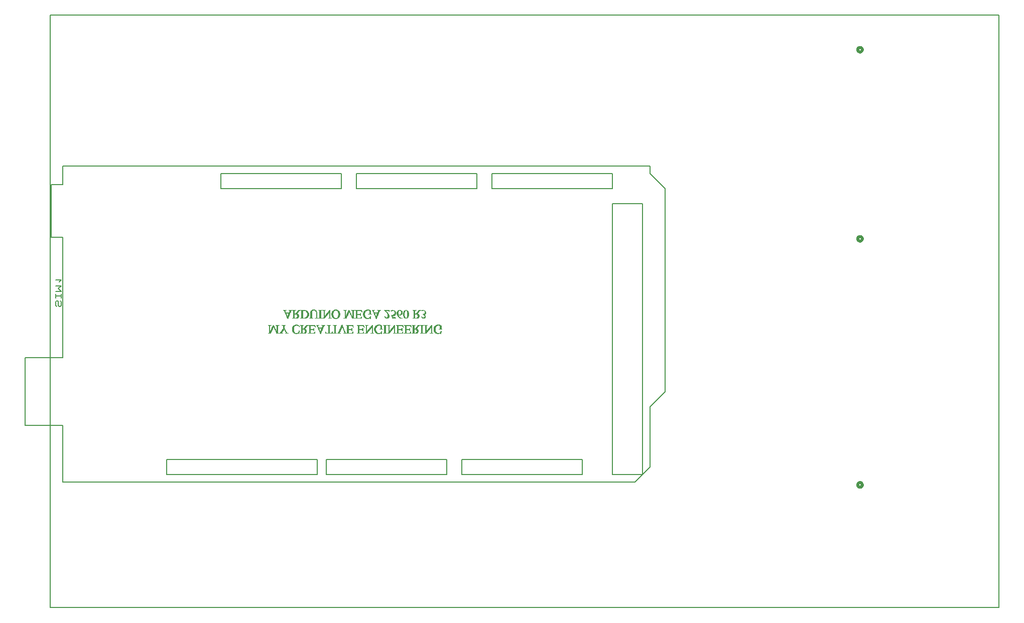
<source format=gbr>
G04 PROTEUS GERBER X2 FILE*
%TF.GenerationSoftware,Labcenter,Proteus,8.13-SP0-Build31525*%
%TF.CreationDate,2024-05-27T20:47:48+00:00*%
%TF.FileFunction,Legend,Bot*%
%TF.FilePolarity,Positive*%
%TF.Part,Single*%
%TF.SameCoordinates,{f61d12dc-bb82-4ee6-a880-d96314c33a89}*%
%FSLAX45Y45*%
%MOMM*%
G01*
%TA.AperFunction,Profile*%
%ADD24C,0.203200*%
%TA.AperFunction,Material*%
%ADD26C,0.203200*%
%ADD29C,0.063500*%
%ADD27C,0.508000*%
%TD.AperFunction*%
D24*
X-8000000Y-5000000D02*
X+8000000Y-5000000D01*
X+8000000Y+5000000D01*
X-8000000Y+5000000D01*
X-8000000Y-5000000D01*
D26*
X-7794000Y+2454000D02*
X+2112000Y+2454000D01*
X+2366000Y+2073000D02*
X+2366000Y-1356000D01*
X+2112000Y+2454000D02*
X+2112000Y+2327000D01*
X+2366000Y+2073000D01*
X+1858000Y-2880000D02*
X-7794000Y-2880000D01*
X+2366000Y-1356000D02*
X+2112000Y-1610000D01*
X+2112000Y-2626000D01*
X+1858000Y-2880000D01*
X-7794000Y-1927500D02*
X-7794000Y-2880000D01*
X-7794000Y+2136500D02*
X-7984500Y+2136500D01*
X-7984500Y+1247500D01*
X-7794000Y+1247500D02*
X-7984500Y+1247500D01*
X-7794000Y+2136500D02*
X-7794000Y+2454000D01*
X-7794000Y-784500D02*
X-8429000Y-784500D01*
X-8429000Y-1927500D01*
X-7794000Y-1927500D02*
X-8429000Y-1927500D01*
X-7794000Y+1247500D02*
X-7794000Y-784500D01*
D29*
X-3874820Y-374280D02*
X-3839260Y-374280D01*
X-3813860Y-374280D02*
X-3808780Y-374280D01*
X-3448100Y-374280D02*
X-3443020Y-374280D01*
X-2487980Y-374280D02*
X-2447340Y-374280D01*
X-2421940Y-374280D02*
X-2416860Y-374280D01*
X-1487220Y-374280D02*
X-1446580Y-374280D01*
X-1421180Y-374280D02*
X-1416100Y-374280D01*
X-4332020Y-369200D02*
X-4291380Y-369200D01*
X-4184700Y-369200D02*
X-4083100Y-369200D01*
X-4042460Y-369200D02*
X-3991660Y-369200D01*
X-3890060Y-369200D02*
X-3829100Y-369200D01*
X-3818940Y-369200D02*
X-3808780Y-369200D01*
X-3793540Y-369200D02*
X-3712260Y-369200D01*
X-3656380Y-369200D02*
X-3539540Y-369200D01*
X-3453180Y-369200D02*
X-3443020Y-369200D01*
X-3366820Y-369200D02*
X-3244900Y-369200D01*
X-3234740Y-369200D02*
X-3173780Y-369200D01*
X-3163620Y-369200D02*
X-3107740Y-369200D01*
X-3056940Y-369200D02*
X-2899460Y-369200D01*
X-2833420Y-369200D02*
X-2716580Y-369200D01*
X-2701340Y-369200D02*
X-2665780Y-369200D01*
X-2599740Y-369200D02*
X-2548940Y-369200D01*
X-2498140Y-369200D02*
X-2437180Y-369200D01*
X-2421940Y-369200D02*
X-2416860Y-369200D01*
X-2391460Y-369200D02*
X-2330500Y-369200D01*
X-2325420Y-369200D02*
X-2289860Y-369200D01*
X-2223820Y-369200D02*
X-2056180Y-369200D01*
X-2040940Y-369200D02*
X-1924100Y-369200D01*
X-1908860Y-369200D02*
X-1827580Y-369200D01*
X-1766620Y-369200D02*
X-1705660Y-369200D01*
X-1700580Y-369200D02*
X-1665020Y-369200D01*
X-1598980Y-369200D02*
X-1548180Y-369200D01*
X-1497380Y-369200D02*
X-1436420Y-369200D01*
X-1421180Y-369200D02*
X-1416100Y-369200D01*
X-4316780Y-364120D02*
X-4286300Y-364120D01*
X-4189780Y-364120D02*
X-4159300Y-364120D01*
X-4133900Y-364120D02*
X-4093260Y-364120D01*
X-4032300Y-364120D02*
X-4006900Y-364120D01*
X-3895140Y-364120D02*
X-3869740Y-364120D01*
X-3839260Y-364120D02*
X-3808780Y-364120D01*
X-3778300Y-364120D02*
X-3697020Y-364120D01*
X-3641140Y-364120D02*
X-3539540Y-364120D01*
X-3453180Y-364120D02*
X-3437940Y-364120D01*
X-3366820Y-364120D02*
X-3244900Y-364120D01*
X-3219500Y-364120D02*
X-3189020Y-364120D01*
X-3153460Y-364120D02*
X-3117900Y-364120D01*
X-3046780Y-364120D02*
X-3021380Y-364120D01*
X-3001060Y-364120D02*
X-2899460Y-364120D01*
X-2818180Y-364120D02*
X-2716580Y-364120D01*
X-2691180Y-364120D02*
X-2660700Y-364120D01*
X-2584500Y-364120D02*
X-2564180Y-364120D01*
X-2508300Y-364120D02*
X-2477820Y-364120D01*
X-2447340Y-364120D02*
X-2416860Y-364120D01*
X-2376220Y-364120D02*
X-2345740Y-364120D01*
X-2315260Y-364120D02*
X-2284780Y-364120D01*
X-2208580Y-364120D02*
X-2188260Y-364120D01*
X-2157780Y-364120D02*
X-2056180Y-364120D01*
X-2025700Y-364120D02*
X-1924100Y-364120D01*
X-1893620Y-364120D02*
X-1812340Y-364120D01*
X-1751380Y-364120D02*
X-1720900Y-364120D01*
X-1690420Y-364120D02*
X-1659940Y-364120D01*
X-1583740Y-364120D02*
X-1563420Y-364120D01*
X-1507540Y-364120D02*
X-1477060Y-364120D01*
X-1446580Y-364120D02*
X-1416100Y-364120D01*
X-4311700Y-359040D02*
X-4286300Y-359040D01*
X-4189780Y-359040D02*
X-4164380Y-359040D01*
X-4123740Y-359040D02*
X-4098340Y-359040D01*
X-4027220Y-359040D02*
X-4011980Y-359040D01*
X-3900220Y-359040D02*
X-3879900Y-359040D01*
X-3829100Y-359040D02*
X-3808780Y-359040D01*
X-3773220Y-359040D02*
X-3752900Y-359040D01*
X-3722420Y-359040D02*
X-3691940Y-359040D01*
X-3636060Y-359040D02*
X-3615740Y-359040D01*
X-3554780Y-359040D02*
X-3539540Y-359040D01*
X-3458260Y-359040D02*
X-3437940Y-359040D01*
X-3366820Y-359040D02*
X-3351580Y-359040D01*
X-3316020Y-359040D02*
X-3295700Y-359040D01*
X-3260140Y-359040D02*
X-3244900Y-359040D01*
X-3214420Y-359040D02*
X-3194100Y-359040D01*
X-3148380Y-359040D02*
X-3122980Y-359040D01*
X-3041700Y-359040D02*
X-3026460Y-359040D01*
X-2995980Y-359040D02*
X-2975660Y-359040D01*
X-2914700Y-359040D02*
X-2899460Y-359040D01*
X-2813100Y-359040D02*
X-2792780Y-359040D01*
X-2731820Y-359040D02*
X-2716580Y-359040D01*
X-2681020Y-359040D02*
X-2655620Y-359040D01*
X-2579420Y-359040D02*
X-2569260Y-359040D01*
X-2513380Y-359040D02*
X-2487980Y-359040D01*
X-2437180Y-359040D02*
X-2416860Y-359040D01*
X-2371140Y-359040D02*
X-2350820Y-359040D01*
X-2305100Y-359040D02*
X-2279700Y-359040D01*
X-2203500Y-359040D02*
X-2193340Y-359040D01*
X-2152700Y-359040D02*
X-2132380Y-359040D01*
X-2071420Y-359040D02*
X-2056180Y-359040D01*
X-2020620Y-359040D02*
X-2000300Y-359040D01*
X-1939340Y-359040D02*
X-1924100Y-359040D01*
X-1888540Y-359040D02*
X-1868220Y-359040D01*
X-1837740Y-359040D02*
X-1807260Y-359040D01*
X-1746300Y-359040D02*
X-1725980Y-359040D01*
X-1680260Y-359040D02*
X-1654860Y-359040D01*
X-1578660Y-359040D02*
X-1568500Y-359040D01*
X-1512620Y-359040D02*
X-1487220Y-359040D01*
X-1436420Y-359040D02*
X-1416100Y-359040D01*
X-4311700Y-353960D02*
X-4281220Y-353960D01*
X-4194860Y-353960D02*
X-4164380Y-353960D01*
X-4123740Y-353960D02*
X-4098340Y-353960D01*
X-4027220Y-353960D02*
X-4017060Y-353960D01*
X-3905300Y-353960D02*
X-3884980Y-353960D01*
X-3824020Y-353960D02*
X-3808780Y-353960D01*
X-3773220Y-353960D02*
X-3752900Y-353960D01*
X-3712260Y-353960D02*
X-3686860Y-353960D01*
X-3636060Y-353960D02*
X-3615740Y-353960D01*
X-3549700Y-353960D02*
X-3539540Y-353960D01*
X-3458260Y-353960D02*
X-3432860Y-353960D01*
X-3366820Y-353960D02*
X-3356660Y-353960D01*
X-3316020Y-353960D02*
X-3295700Y-353960D01*
X-3255060Y-353960D02*
X-3244900Y-353960D01*
X-3214420Y-353960D02*
X-3194100Y-353960D01*
X-3143300Y-353960D02*
X-3122980Y-353960D01*
X-3041700Y-353960D02*
X-3031540Y-353960D01*
X-2995980Y-353960D02*
X-2975660Y-353960D01*
X-2909620Y-353960D02*
X-2899460Y-353960D01*
X-2813100Y-353960D02*
X-2792780Y-353960D01*
X-2726740Y-353960D02*
X-2716580Y-353960D01*
X-2675940Y-353960D02*
X-2650540Y-353960D01*
X-2579420Y-353960D02*
X-2569260Y-353960D01*
X-2518460Y-353960D02*
X-2493060Y-353960D01*
X-2427020Y-353960D02*
X-2411780Y-353960D01*
X-2371140Y-353960D02*
X-2350820Y-353960D01*
X-2300020Y-353960D02*
X-2274620Y-353960D01*
X-2203500Y-353960D02*
X-2193340Y-353960D01*
X-2152700Y-353960D02*
X-2132380Y-353960D01*
X-2066340Y-353960D02*
X-2056180Y-353960D01*
X-2020620Y-353960D02*
X-2000300Y-353960D01*
X-1934260Y-353960D02*
X-1924100Y-353960D01*
X-1888540Y-353960D02*
X-1868220Y-353960D01*
X-1827580Y-353960D02*
X-1802180Y-353960D01*
X-1746300Y-353960D02*
X-1725980Y-353960D01*
X-1675180Y-353960D02*
X-1649780Y-353960D01*
X-1578660Y-353960D02*
X-1568500Y-353960D01*
X-1517700Y-353960D02*
X-1492300Y-353960D01*
X-1426260Y-353960D02*
X-1411020Y-353960D01*
X-4311700Y-348880D02*
X-4281220Y-348880D01*
X-4194860Y-348880D02*
X-4164380Y-348880D01*
X-4118660Y-348880D02*
X-4093260Y-348880D01*
X-4032300Y-348880D02*
X-4022140Y-348880D01*
X-3910380Y-348880D02*
X-3890060Y-348880D01*
X-3818940Y-348880D02*
X-3803700Y-348880D01*
X-3773220Y-348880D02*
X-3752900Y-348880D01*
X-3707180Y-348880D02*
X-3686860Y-348880D01*
X-3636060Y-348880D02*
X-3615740Y-348880D01*
X-3544620Y-348880D02*
X-3539540Y-348880D01*
X-3458260Y-348880D02*
X-3432860Y-348880D01*
X-3366820Y-348880D02*
X-3356660Y-348880D01*
X-3316020Y-348880D02*
X-3295700Y-348880D01*
X-3255060Y-348880D02*
X-3244900Y-348880D01*
X-3214420Y-348880D02*
X-3194100Y-348880D01*
X-3143300Y-348880D02*
X-3122980Y-348880D01*
X-3041700Y-348880D02*
X-3031540Y-348880D01*
X-2995980Y-348880D02*
X-2975660Y-348880D01*
X-2904540Y-348880D02*
X-2899460Y-348880D01*
X-2813100Y-348880D02*
X-2792780Y-348880D01*
X-2721660Y-348880D02*
X-2716580Y-348880D01*
X-2675940Y-348880D02*
X-2650540Y-348880D01*
X-2579420Y-348880D02*
X-2569260Y-348880D01*
X-2523540Y-348880D02*
X-2498140Y-348880D01*
X-2427020Y-348880D02*
X-2411780Y-348880D01*
X-2371140Y-348880D02*
X-2350820Y-348880D01*
X-2300020Y-348880D02*
X-2274620Y-348880D01*
X-2203500Y-348880D02*
X-2193340Y-348880D01*
X-2152700Y-348880D02*
X-2132380Y-348880D01*
X-2061260Y-348880D02*
X-2056180Y-348880D01*
X-2020620Y-348880D02*
X-2000300Y-348880D01*
X-1929180Y-348880D02*
X-1924100Y-348880D01*
X-1888540Y-348880D02*
X-1868220Y-348880D01*
X-1822500Y-348880D02*
X-1802180Y-348880D01*
X-1746300Y-348880D02*
X-1725980Y-348880D01*
X-1675180Y-348880D02*
X-1649780Y-348880D01*
X-1578660Y-348880D02*
X-1568500Y-348880D01*
X-1522780Y-348880D02*
X-1497380Y-348880D01*
X-1426260Y-348880D02*
X-1411020Y-348880D01*
X-4311700Y-343800D02*
X-4276140Y-343800D01*
X-4199940Y-343800D02*
X-4164380Y-343800D01*
X-4113580Y-343800D02*
X-4093260Y-343800D01*
X-4032300Y-343800D02*
X-4022140Y-343800D01*
X-3915460Y-343800D02*
X-3890060Y-343800D01*
X-3813860Y-343800D02*
X-3803700Y-343800D01*
X-3773220Y-343800D02*
X-3752900Y-343800D01*
X-3707180Y-343800D02*
X-3681780Y-343800D01*
X-3636060Y-343800D02*
X-3615740Y-343800D01*
X-3544620Y-343800D02*
X-3539540Y-343800D01*
X-3463340Y-343800D02*
X-3432860Y-343800D01*
X-3366820Y-343800D02*
X-3361740Y-343800D01*
X-3316020Y-343800D02*
X-3295700Y-343800D01*
X-3249980Y-343800D02*
X-3244900Y-343800D01*
X-3214420Y-343800D02*
X-3194100Y-343800D01*
X-3143300Y-343800D02*
X-3117900Y-343800D01*
X-3046780Y-343800D02*
X-3036620Y-343800D01*
X-2995980Y-343800D02*
X-2975660Y-343800D01*
X-2904540Y-343800D02*
X-2899460Y-343800D01*
X-2813100Y-343800D02*
X-2792780Y-343800D01*
X-2721660Y-343800D02*
X-2716580Y-343800D01*
X-2675940Y-343800D02*
X-2645460Y-343800D01*
X-2579420Y-343800D02*
X-2569260Y-343800D01*
X-2523540Y-343800D02*
X-2503220Y-343800D01*
X-2421940Y-343800D02*
X-2411780Y-343800D01*
X-2371140Y-343800D02*
X-2350820Y-343800D01*
X-2300020Y-343800D02*
X-2269540Y-343800D01*
X-2203500Y-343800D02*
X-2193340Y-343800D01*
X-2152700Y-343800D02*
X-2132380Y-343800D01*
X-2061260Y-343800D02*
X-2056180Y-343800D01*
X-2020620Y-343800D02*
X-2000300Y-343800D01*
X-1929180Y-343800D02*
X-1924100Y-343800D01*
X-1888540Y-343800D02*
X-1868220Y-343800D01*
X-1822500Y-343800D02*
X-1797100Y-343800D01*
X-1746300Y-343800D02*
X-1725980Y-343800D01*
X-1675180Y-343800D02*
X-1644700Y-343800D01*
X-1578660Y-343800D02*
X-1568500Y-343800D01*
X-1522780Y-343800D02*
X-1502460Y-343800D01*
X-1421180Y-343800D02*
X-1411020Y-343800D01*
X-4311700Y-338720D02*
X-4301540Y-338720D01*
X-4296460Y-338720D02*
X-4276140Y-338720D01*
X-4199940Y-338720D02*
X-4189780Y-338720D01*
X-4184700Y-338720D02*
X-4164380Y-338720D01*
X-4108500Y-338720D02*
X-4088180Y-338720D01*
X-4037380Y-338720D02*
X-4027220Y-338720D01*
X-3915460Y-338720D02*
X-3895140Y-338720D01*
X-3813860Y-338720D02*
X-3803700Y-338720D01*
X-3773220Y-338720D02*
X-3752900Y-338720D01*
X-3702100Y-338720D02*
X-3681780Y-338720D01*
X-3636060Y-338720D02*
X-3615740Y-338720D01*
X-3463340Y-338720D02*
X-3453180Y-338720D01*
X-3448100Y-338720D02*
X-3427780Y-338720D01*
X-3366820Y-338720D02*
X-3361740Y-338720D01*
X-3316020Y-338720D02*
X-3295700Y-338720D01*
X-3249980Y-338720D02*
X-3244900Y-338720D01*
X-3214420Y-338720D02*
X-3194100Y-338720D01*
X-3138220Y-338720D02*
X-3117900Y-338720D01*
X-3046780Y-338720D02*
X-3036620Y-338720D01*
X-2995980Y-338720D02*
X-2975660Y-338720D01*
X-2813100Y-338720D02*
X-2792780Y-338720D01*
X-2675940Y-338720D02*
X-2640380Y-338720D01*
X-2579420Y-338720D02*
X-2569260Y-338720D01*
X-2528620Y-338720D02*
X-2508300Y-338720D01*
X-2421940Y-338720D02*
X-2411780Y-338720D01*
X-2371140Y-338720D02*
X-2350820Y-338720D01*
X-2300020Y-338720D02*
X-2264460Y-338720D01*
X-2203500Y-338720D02*
X-2193340Y-338720D01*
X-2152700Y-338720D02*
X-2132380Y-338720D01*
X-2020620Y-338720D02*
X-2000300Y-338720D01*
X-1888540Y-338720D02*
X-1868220Y-338720D01*
X-1817420Y-338720D02*
X-1797100Y-338720D01*
X-1746300Y-338720D02*
X-1725980Y-338720D01*
X-1675180Y-338720D02*
X-1639620Y-338720D01*
X-1578660Y-338720D02*
X-1568500Y-338720D01*
X-1527860Y-338720D02*
X-1507540Y-338720D01*
X-1421180Y-338720D02*
X-1411020Y-338720D01*
X-4311700Y-333640D02*
X-4301540Y-333640D01*
X-4296460Y-333640D02*
X-4271060Y-333640D01*
X-4199940Y-333640D02*
X-4189780Y-333640D01*
X-4184700Y-333640D02*
X-4164380Y-333640D01*
X-4108500Y-333640D02*
X-4083100Y-333640D01*
X-4042460Y-333640D02*
X-4032300Y-333640D01*
X-3920540Y-333640D02*
X-3895140Y-333640D01*
X-3808780Y-333640D02*
X-3803700Y-333640D01*
X-3773220Y-333640D02*
X-3752900Y-333640D01*
X-3702100Y-333640D02*
X-3681780Y-333640D01*
X-3636060Y-333640D02*
X-3615740Y-333640D01*
X-3468420Y-333640D02*
X-3453180Y-333640D01*
X-3448100Y-333640D02*
X-3427780Y-333640D01*
X-3316020Y-333640D02*
X-3295700Y-333640D01*
X-3214420Y-333640D02*
X-3194100Y-333640D01*
X-3138220Y-333640D02*
X-3112820Y-333640D01*
X-3046780Y-333640D02*
X-3036620Y-333640D01*
X-2995980Y-333640D02*
X-2975660Y-333640D01*
X-2813100Y-333640D02*
X-2792780Y-333640D01*
X-2675940Y-333640D02*
X-2665780Y-333640D01*
X-2660700Y-333640D02*
X-2635300Y-333640D01*
X-2579420Y-333640D02*
X-2569260Y-333640D01*
X-2533700Y-333640D02*
X-2508300Y-333640D01*
X-2416860Y-333640D02*
X-2411780Y-333640D01*
X-2371140Y-333640D02*
X-2350820Y-333640D01*
X-2300020Y-333640D02*
X-2289860Y-333640D01*
X-2284780Y-333640D02*
X-2259380Y-333640D01*
X-2203500Y-333640D02*
X-2193340Y-333640D01*
X-2152700Y-333640D02*
X-2132380Y-333640D01*
X-2020620Y-333640D02*
X-2000300Y-333640D01*
X-1888540Y-333640D02*
X-1868220Y-333640D01*
X-1817420Y-333640D02*
X-1797100Y-333640D01*
X-1746300Y-333640D02*
X-1725980Y-333640D01*
X-1675180Y-333640D02*
X-1665020Y-333640D01*
X-1659940Y-333640D02*
X-1634540Y-333640D01*
X-1578660Y-333640D02*
X-1568500Y-333640D01*
X-1532940Y-333640D02*
X-1507540Y-333640D01*
X-1416100Y-333640D02*
X-1411020Y-333640D01*
X-4311700Y-328560D02*
X-4301540Y-328560D01*
X-4291380Y-328560D02*
X-4271060Y-328560D01*
X-4205020Y-328560D02*
X-4194860Y-328560D01*
X-4184700Y-328560D02*
X-4164380Y-328560D01*
X-4103420Y-328560D02*
X-4078020Y-328560D01*
X-4042460Y-328560D02*
X-4032300Y-328560D01*
X-3920540Y-328560D02*
X-3895140Y-328560D01*
X-3808780Y-328560D02*
X-3803700Y-328560D01*
X-3773220Y-328560D02*
X-3752900Y-328560D01*
X-3702100Y-328560D02*
X-3681780Y-328560D01*
X-3636060Y-328560D02*
X-3615740Y-328560D01*
X-3559860Y-328560D02*
X-3554780Y-328560D01*
X-3468420Y-328560D02*
X-3458260Y-328560D01*
X-3443020Y-328560D02*
X-3422700Y-328560D01*
X-3316020Y-328560D02*
X-3295700Y-328560D01*
X-3214420Y-328560D02*
X-3194100Y-328560D01*
X-3133140Y-328560D02*
X-3112820Y-328560D01*
X-3051860Y-328560D02*
X-3041700Y-328560D01*
X-2995980Y-328560D02*
X-2975660Y-328560D01*
X-2919780Y-328560D02*
X-2914700Y-328560D01*
X-2813100Y-328560D02*
X-2792780Y-328560D01*
X-2736900Y-328560D02*
X-2731820Y-328560D01*
X-2675940Y-328560D02*
X-2665780Y-328560D01*
X-2655620Y-328560D02*
X-2630220Y-328560D01*
X-2579420Y-328560D02*
X-2569260Y-328560D01*
X-2533700Y-328560D02*
X-2508300Y-328560D01*
X-2371140Y-328560D02*
X-2350820Y-328560D01*
X-2300020Y-328560D02*
X-2289860Y-328560D01*
X-2279700Y-328560D02*
X-2254300Y-328560D01*
X-2203500Y-328560D02*
X-2193340Y-328560D01*
X-2152700Y-328560D02*
X-2132380Y-328560D01*
X-2076500Y-328560D02*
X-2071420Y-328560D01*
X-2020620Y-328560D02*
X-2000300Y-328560D01*
X-1944420Y-328560D02*
X-1939340Y-328560D01*
X-1888540Y-328560D02*
X-1868220Y-328560D01*
X-1817420Y-328560D02*
X-1797100Y-328560D01*
X-1746300Y-328560D02*
X-1725980Y-328560D01*
X-1675180Y-328560D02*
X-1665020Y-328560D01*
X-1654860Y-328560D02*
X-1629460Y-328560D01*
X-1578660Y-328560D02*
X-1568500Y-328560D01*
X-1532940Y-328560D02*
X-1507540Y-328560D01*
X-4311700Y-323480D02*
X-4301540Y-323480D01*
X-4291380Y-323480D02*
X-4265980Y-323480D01*
X-4205020Y-323480D02*
X-4194860Y-323480D01*
X-4184700Y-323480D02*
X-4164380Y-323480D01*
X-4098340Y-323480D02*
X-4078020Y-323480D01*
X-4047540Y-323480D02*
X-4037380Y-323480D01*
X-3920540Y-323480D02*
X-3900220Y-323480D01*
X-3773220Y-323480D02*
X-3752900Y-323480D01*
X-3707180Y-323480D02*
X-3681780Y-323480D01*
X-3636060Y-323480D02*
X-3615740Y-323480D01*
X-3559860Y-323480D02*
X-3554780Y-323480D01*
X-3468420Y-323480D02*
X-3458260Y-323480D01*
X-3443020Y-323480D02*
X-3422700Y-323480D01*
X-3316020Y-323480D02*
X-3295700Y-323480D01*
X-3214420Y-323480D02*
X-3194100Y-323480D01*
X-3133140Y-323480D02*
X-3107740Y-323480D01*
X-3051860Y-323480D02*
X-3041700Y-323480D01*
X-2995980Y-323480D02*
X-2975660Y-323480D01*
X-2919780Y-323480D02*
X-2914700Y-323480D01*
X-2813100Y-323480D02*
X-2792780Y-323480D01*
X-2736900Y-323480D02*
X-2731820Y-323480D01*
X-2675940Y-323480D02*
X-2665780Y-323480D01*
X-2650540Y-323480D02*
X-2625140Y-323480D01*
X-2579420Y-323480D02*
X-2569260Y-323480D01*
X-2533700Y-323480D02*
X-2513380Y-323480D01*
X-2371140Y-323480D02*
X-2350820Y-323480D01*
X-2300020Y-323480D02*
X-2289860Y-323480D01*
X-2274620Y-323480D02*
X-2249220Y-323480D01*
X-2203500Y-323480D02*
X-2193340Y-323480D01*
X-2152700Y-323480D02*
X-2132380Y-323480D01*
X-2076500Y-323480D02*
X-2071420Y-323480D01*
X-2020620Y-323480D02*
X-2000300Y-323480D01*
X-1944420Y-323480D02*
X-1939340Y-323480D01*
X-1888540Y-323480D02*
X-1868220Y-323480D01*
X-1822500Y-323480D02*
X-1797100Y-323480D01*
X-1746300Y-323480D02*
X-1725980Y-323480D01*
X-1675180Y-323480D02*
X-1665020Y-323480D01*
X-1649780Y-323480D02*
X-1624380Y-323480D01*
X-1578660Y-323480D02*
X-1568500Y-323480D01*
X-1532940Y-323480D02*
X-1512620Y-323480D01*
X-4311700Y-318400D02*
X-4301540Y-318400D01*
X-4286300Y-318400D02*
X-4265980Y-318400D01*
X-4210100Y-318400D02*
X-4199940Y-318400D01*
X-4184700Y-318400D02*
X-4164380Y-318400D01*
X-4098340Y-318400D02*
X-4072940Y-318400D01*
X-4047540Y-318400D02*
X-4037380Y-318400D01*
X-3925620Y-318400D02*
X-3900220Y-318400D01*
X-3773220Y-318400D02*
X-3752900Y-318400D01*
X-3707180Y-318400D02*
X-3681780Y-318400D01*
X-3636060Y-318400D02*
X-3615740Y-318400D01*
X-3564940Y-318400D02*
X-3554780Y-318400D01*
X-3473500Y-318400D02*
X-3463340Y-318400D01*
X-3443020Y-318400D02*
X-3422700Y-318400D01*
X-3316020Y-318400D02*
X-3295700Y-318400D01*
X-3214420Y-318400D02*
X-3194100Y-318400D01*
X-3128060Y-318400D02*
X-3107740Y-318400D01*
X-3056940Y-318400D02*
X-3046780Y-318400D01*
X-2995980Y-318400D02*
X-2975660Y-318400D01*
X-2924860Y-318400D02*
X-2914700Y-318400D01*
X-2813100Y-318400D02*
X-2792780Y-318400D01*
X-2741980Y-318400D02*
X-2731820Y-318400D01*
X-2675940Y-318400D02*
X-2665780Y-318400D01*
X-2650540Y-318400D02*
X-2625140Y-318400D01*
X-2579420Y-318400D02*
X-2569260Y-318400D01*
X-2538780Y-318400D02*
X-2513380Y-318400D01*
X-2371140Y-318400D02*
X-2350820Y-318400D01*
X-2300020Y-318400D02*
X-2289860Y-318400D01*
X-2274620Y-318400D02*
X-2249220Y-318400D01*
X-2203500Y-318400D02*
X-2193340Y-318400D01*
X-2152700Y-318400D02*
X-2132380Y-318400D01*
X-2081580Y-318400D02*
X-2071420Y-318400D01*
X-2020620Y-318400D02*
X-2000300Y-318400D01*
X-1949500Y-318400D02*
X-1939340Y-318400D01*
X-1888540Y-318400D02*
X-1868220Y-318400D01*
X-1822500Y-318400D02*
X-1797100Y-318400D01*
X-1746300Y-318400D02*
X-1725980Y-318400D01*
X-1675180Y-318400D02*
X-1665020Y-318400D01*
X-1649780Y-318400D02*
X-1624380Y-318400D01*
X-1578660Y-318400D02*
X-1568500Y-318400D01*
X-1538020Y-318400D02*
X-1512620Y-318400D01*
X-4311700Y-313320D02*
X-4301540Y-313320D01*
X-4286300Y-313320D02*
X-4260900Y-313320D01*
X-4210100Y-313320D02*
X-4199940Y-313320D01*
X-4184700Y-313320D02*
X-4164380Y-313320D01*
X-4093260Y-313320D02*
X-4067860Y-313320D01*
X-4052620Y-313320D02*
X-4042460Y-313320D01*
X-3925620Y-313320D02*
X-3900220Y-313320D01*
X-3773220Y-313320D02*
X-3752900Y-313320D01*
X-3712260Y-313320D02*
X-3686860Y-313320D01*
X-3636060Y-313320D02*
X-3615740Y-313320D01*
X-3564940Y-313320D02*
X-3554780Y-313320D01*
X-3473500Y-313320D02*
X-3463340Y-313320D01*
X-3437940Y-313320D02*
X-3417620Y-313320D01*
X-3316020Y-313320D02*
X-3295700Y-313320D01*
X-3214420Y-313320D02*
X-3194100Y-313320D01*
X-3128060Y-313320D02*
X-3107740Y-313320D01*
X-3056940Y-313320D02*
X-3046780Y-313320D01*
X-2995980Y-313320D02*
X-2975660Y-313320D01*
X-2924860Y-313320D02*
X-2914700Y-313320D01*
X-2813100Y-313320D02*
X-2792780Y-313320D01*
X-2741980Y-313320D02*
X-2731820Y-313320D01*
X-2675940Y-313320D02*
X-2665780Y-313320D01*
X-2645460Y-313320D02*
X-2620060Y-313320D01*
X-2579420Y-313320D02*
X-2569260Y-313320D01*
X-2538780Y-313320D02*
X-2513380Y-313320D01*
X-2371140Y-313320D02*
X-2350820Y-313320D01*
X-2300020Y-313320D02*
X-2289860Y-313320D01*
X-2269540Y-313320D02*
X-2244140Y-313320D01*
X-2203500Y-313320D02*
X-2193340Y-313320D01*
X-2152700Y-313320D02*
X-2132380Y-313320D01*
X-2081580Y-313320D02*
X-2071420Y-313320D01*
X-2020620Y-313320D02*
X-2000300Y-313320D01*
X-1949500Y-313320D02*
X-1939340Y-313320D01*
X-1888540Y-313320D02*
X-1868220Y-313320D01*
X-1827580Y-313320D02*
X-1802180Y-313320D01*
X-1746300Y-313320D02*
X-1725980Y-313320D01*
X-1675180Y-313320D02*
X-1665020Y-313320D01*
X-1644700Y-313320D02*
X-1619300Y-313320D01*
X-1578660Y-313320D02*
X-1568500Y-313320D01*
X-1538020Y-313320D02*
X-1512620Y-313320D01*
X-4311700Y-308240D02*
X-4301540Y-308240D01*
X-4281220Y-308240D02*
X-4260900Y-308240D01*
X-4215180Y-308240D02*
X-4205020Y-308240D01*
X-4184700Y-308240D02*
X-4164380Y-308240D01*
X-4088180Y-308240D02*
X-4067860Y-308240D01*
X-4052620Y-308240D02*
X-4042460Y-308240D01*
X-3925620Y-308240D02*
X-3900220Y-308240D01*
X-3773220Y-308240D02*
X-3752900Y-308240D01*
X-3717340Y-308240D02*
X-3691940Y-308240D01*
X-3636060Y-308240D02*
X-3554780Y-308240D01*
X-3478580Y-308240D02*
X-3463340Y-308240D01*
X-3437940Y-308240D02*
X-3417620Y-308240D01*
X-3316020Y-308240D02*
X-3295700Y-308240D01*
X-3214420Y-308240D02*
X-3194100Y-308240D01*
X-3122980Y-308240D02*
X-3102660Y-308240D01*
X-3056940Y-308240D02*
X-3046780Y-308240D01*
X-2995980Y-308240D02*
X-2914700Y-308240D01*
X-2813100Y-308240D02*
X-2731820Y-308240D01*
X-2675940Y-308240D02*
X-2665780Y-308240D01*
X-2640380Y-308240D02*
X-2614980Y-308240D01*
X-2579420Y-308240D02*
X-2569260Y-308240D01*
X-2538780Y-308240D02*
X-2513380Y-308240D01*
X-2371140Y-308240D02*
X-2350820Y-308240D01*
X-2300020Y-308240D02*
X-2289860Y-308240D01*
X-2264460Y-308240D02*
X-2239060Y-308240D01*
X-2203500Y-308240D02*
X-2193340Y-308240D01*
X-2152700Y-308240D02*
X-2071420Y-308240D01*
X-2020620Y-308240D02*
X-1939340Y-308240D01*
X-1888540Y-308240D02*
X-1868220Y-308240D01*
X-1832660Y-308240D02*
X-1807260Y-308240D01*
X-1746300Y-308240D02*
X-1725980Y-308240D01*
X-1675180Y-308240D02*
X-1665020Y-308240D01*
X-1639620Y-308240D02*
X-1614220Y-308240D01*
X-1578660Y-308240D02*
X-1568500Y-308240D01*
X-1538020Y-308240D02*
X-1512620Y-308240D01*
X-4311700Y-303160D02*
X-4301540Y-303160D01*
X-4281220Y-303160D02*
X-4255820Y-303160D01*
X-4215180Y-303160D02*
X-4205020Y-303160D01*
X-4184700Y-303160D02*
X-4164380Y-303160D01*
X-4088180Y-303160D02*
X-4062780Y-303160D01*
X-4057700Y-303160D02*
X-4047540Y-303160D01*
X-3925620Y-303160D02*
X-3900220Y-303160D01*
X-3773220Y-303160D02*
X-3752900Y-303160D01*
X-3727500Y-303160D02*
X-3691940Y-303160D01*
X-3636060Y-303160D02*
X-3554780Y-303160D01*
X-3478580Y-303160D02*
X-3468420Y-303160D01*
X-3437940Y-303160D02*
X-3412540Y-303160D01*
X-3316020Y-303160D02*
X-3295700Y-303160D01*
X-3214420Y-303160D02*
X-3194100Y-303160D01*
X-3122980Y-303160D02*
X-3102660Y-303160D01*
X-3062020Y-303160D02*
X-3051860Y-303160D01*
X-2995980Y-303160D02*
X-2914700Y-303160D01*
X-2813100Y-303160D02*
X-2731820Y-303160D01*
X-2675940Y-303160D02*
X-2665780Y-303160D01*
X-2635300Y-303160D02*
X-2609900Y-303160D01*
X-2579420Y-303160D02*
X-2569260Y-303160D01*
X-2538780Y-303160D02*
X-2513380Y-303160D01*
X-2452420Y-303160D02*
X-2396540Y-303160D01*
X-2371140Y-303160D02*
X-2350820Y-303160D01*
X-2300020Y-303160D02*
X-2289860Y-303160D01*
X-2259380Y-303160D02*
X-2233980Y-303160D01*
X-2203500Y-303160D02*
X-2193340Y-303160D01*
X-2152700Y-303160D02*
X-2071420Y-303160D01*
X-2020620Y-303160D02*
X-1939340Y-303160D01*
X-1888540Y-303160D02*
X-1868220Y-303160D01*
X-1842820Y-303160D02*
X-1807260Y-303160D01*
X-1746300Y-303160D02*
X-1725980Y-303160D01*
X-1675180Y-303160D02*
X-1665020Y-303160D01*
X-1634540Y-303160D02*
X-1609140Y-303160D01*
X-1578660Y-303160D02*
X-1568500Y-303160D01*
X-1538020Y-303160D02*
X-1512620Y-303160D01*
X-1451660Y-303160D02*
X-1395780Y-303160D01*
X-4311700Y-298080D02*
X-4301540Y-298080D01*
X-4276140Y-298080D02*
X-4255820Y-298080D01*
X-4220260Y-298080D02*
X-4210100Y-298080D01*
X-4184700Y-298080D02*
X-4164380Y-298080D01*
X-4083100Y-298080D02*
X-4052620Y-298080D01*
X-3925620Y-298080D02*
X-3900220Y-298080D01*
X-3773220Y-298080D02*
X-3702100Y-298080D01*
X-3636060Y-298080D02*
X-3615740Y-298080D01*
X-3564940Y-298080D02*
X-3554780Y-298080D01*
X-3478580Y-298080D02*
X-3468420Y-298080D01*
X-3432860Y-298080D02*
X-3412540Y-298080D01*
X-3316020Y-298080D02*
X-3295700Y-298080D01*
X-3214420Y-298080D02*
X-3194100Y-298080D01*
X-3117900Y-298080D02*
X-3097580Y-298080D01*
X-3062020Y-298080D02*
X-3051860Y-298080D01*
X-2995980Y-298080D02*
X-2975660Y-298080D01*
X-2924860Y-298080D02*
X-2914700Y-298080D01*
X-2813100Y-298080D02*
X-2792780Y-298080D01*
X-2741980Y-298080D02*
X-2731820Y-298080D01*
X-2675940Y-298080D02*
X-2665780Y-298080D01*
X-2630220Y-298080D02*
X-2604820Y-298080D01*
X-2579420Y-298080D02*
X-2569260Y-298080D01*
X-2538780Y-298080D02*
X-2513380Y-298080D01*
X-2437180Y-298080D02*
X-2406700Y-298080D01*
X-2371140Y-298080D02*
X-2350820Y-298080D01*
X-2300020Y-298080D02*
X-2289860Y-298080D01*
X-2254300Y-298080D02*
X-2228900Y-298080D01*
X-2203500Y-298080D02*
X-2193340Y-298080D01*
X-2152700Y-298080D02*
X-2132380Y-298080D01*
X-2081580Y-298080D02*
X-2071420Y-298080D01*
X-2020620Y-298080D02*
X-2000300Y-298080D01*
X-1949500Y-298080D02*
X-1939340Y-298080D01*
X-1888540Y-298080D02*
X-1817420Y-298080D01*
X-1746300Y-298080D02*
X-1725980Y-298080D01*
X-1675180Y-298080D02*
X-1665020Y-298080D01*
X-1629460Y-298080D02*
X-1604060Y-298080D01*
X-1578660Y-298080D02*
X-1568500Y-298080D01*
X-1538020Y-298080D02*
X-1512620Y-298080D01*
X-1436420Y-298080D02*
X-1405940Y-298080D01*
X-4311700Y-293000D02*
X-4301540Y-293000D01*
X-4276140Y-293000D02*
X-4255820Y-293000D01*
X-4220260Y-293000D02*
X-4210100Y-293000D01*
X-4184700Y-293000D02*
X-4164380Y-293000D01*
X-4078020Y-293000D02*
X-4052620Y-293000D01*
X-3925620Y-293000D02*
X-3900220Y-293000D01*
X-3773220Y-293000D02*
X-3712260Y-293000D01*
X-3636060Y-293000D02*
X-3615740Y-293000D01*
X-3564940Y-293000D02*
X-3554780Y-293000D01*
X-3483660Y-293000D02*
X-3473500Y-293000D01*
X-3432860Y-293000D02*
X-3412540Y-293000D01*
X-3316020Y-293000D02*
X-3295700Y-293000D01*
X-3214420Y-293000D02*
X-3194100Y-293000D01*
X-3117900Y-293000D02*
X-3097580Y-293000D01*
X-3067100Y-293000D02*
X-3056940Y-293000D01*
X-2995980Y-293000D02*
X-2975660Y-293000D01*
X-2924860Y-293000D02*
X-2914700Y-293000D01*
X-2813100Y-293000D02*
X-2792780Y-293000D01*
X-2741980Y-293000D02*
X-2731820Y-293000D01*
X-2675940Y-293000D02*
X-2665780Y-293000D01*
X-2630220Y-293000D02*
X-2604820Y-293000D01*
X-2579420Y-293000D02*
X-2569260Y-293000D01*
X-2538780Y-293000D02*
X-2513380Y-293000D01*
X-2432100Y-293000D02*
X-2411780Y-293000D01*
X-2371140Y-293000D02*
X-2350820Y-293000D01*
X-2300020Y-293000D02*
X-2289860Y-293000D01*
X-2254300Y-293000D02*
X-2228900Y-293000D01*
X-2203500Y-293000D02*
X-2193340Y-293000D01*
X-2152700Y-293000D02*
X-2132380Y-293000D01*
X-2081580Y-293000D02*
X-2071420Y-293000D01*
X-2020620Y-293000D02*
X-2000300Y-293000D01*
X-1949500Y-293000D02*
X-1939340Y-293000D01*
X-1888540Y-293000D02*
X-1827580Y-293000D01*
X-1746300Y-293000D02*
X-1725980Y-293000D01*
X-1675180Y-293000D02*
X-1665020Y-293000D01*
X-1629460Y-293000D02*
X-1604060Y-293000D01*
X-1578660Y-293000D02*
X-1568500Y-293000D01*
X-1538020Y-293000D02*
X-1512620Y-293000D01*
X-1431340Y-293000D02*
X-1411020Y-293000D01*
X-4311700Y-287920D02*
X-4301540Y-287920D01*
X-4271060Y-287920D02*
X-4250740Y-287920D01*
X-4225340Y-287920D02*
X-4215180Y-287920D01*
X-4184700Y-287920D02*
X-4164380Y-287920D01*
X-4078020Y-287920D02*
X-4057700Y-287920D01*
X-3925620Y-287920D02*
X-3900220Y-287920D01*
X-3773220Y-287920D02*
X-3752900Y-287920D01*
X-3727500Y-287920D02*
X-3707180Y-287920D01*
X-3636060Y-287920D02*
X-3615740Y-287920D01*
X-3559860Y-287920D02*
X-3554780Y-287920D01*
X-3483660Y-287920D02*
X-3473500Y-287920D01*
X-3427780Y-287920D02*
X-3407460Y-287920D01*
X-3316020Y-287920D02*
X-3295700Y-287920D01*
X-3214420Y-287920D02*
X-3194100Y-287920D01*
X-3117900Y-287920D02*
X-3092500Y-287920D01*
X-3067100Y-287920D02*
X-3056940Y-287920D01*
X-2995980Y-287920D02*
X-2975660Y-287920D01*
X-2919780Y-287920D02*
X-2914700Y-287920D01*
X-2813100Y-287920D02*
X-2792780Y-287920D01*
X-2736900Y-287920D02*
X-2731820Y-287920D01*
X-2675940Y-287920D02*
X-2665780Y-287920D01*
X-2625140Y-287920D02*
X-2599740Y-287920D01*
X-2579420Y-287920D02*
X-2569260Y-287920D01*
X-2538780Y-287920D02*
X-2513380Y-287920D01*
X-2432100Y-287920D02*
X-2411780Y-287920D01*
X-2371140Y-287920D02*
X-2350820Y-287920D01*
X-2300020Y-287920D02*
X-2289860Y-287920D01*
X-2249220Y-287920D02*
X-2223820Y-287920D01*
X-2203500Y-287920D02*
X-2193340Y-287920D01*
X-2152700Y-287920D02*
X-2132380Y-287920D01*
X-2076500Y-287920D02*
X-2071420Y-287920D01*
X-2020620Y-287920D02*
X-2000300Y-287920D01*
X-1944420Y-287920D02*
X-1939340Y-287920D01*
X-1888540Y-287920D02*
X-1868220Y-287920D01*
X-1842820Y-287920D02*
X-1822500Y-287920D01*
X-1746300Y-287920D02*
X-1725980Y-287920D01*
X-1675180Y-287920D02*
X-1665020Y-287920D01*
X-1624380Y-287920D02*
X-1598980Y-287920D01*
X-1578660Y-287920D02*
X-1568500Y-287920D01*
X-1538020Y-287920D02*
X-1512620Y-287920D01*
X-1431340Y-287920D02*
X-1411020Y-287920D01*
X-4311700Y-282840D02*
X-4301540Y-282840D01*
X-4271060Y-282840D02*
X-4250740Y-282840D01*
X-4225340Y-282840D02*
X-4215180Y-282840D01*
X-4184700Y-282840D02*
X-4164380Y-282840D01*
X-4078020Y-282840D02*
X-4057700Y-282840D01*
X-3925620Y-282840D02*
X-3900220Y-282840D01*
X-3773220Y-282840D02*
X-3752900Y-282840D01*
X-3727500Y-282840D02*
X-3702100Y-282840D01*
X-3636060Y-282840D02*
X-3615740Y-282840D01*
X-3559860Y-282840D02*
X-3554780Y-282840D01*
X-3488740Y-282840D02*
X-3407460Y-282840D01*
X-3316020Y-282840D02*
X-3295700Y-282840D01*
X-3214420Y-282840D02*
X-3194100Y-282840D01*
X-3112820Y-282840D02*
X-3092500Y-282840D01*
X-3067100Y-282840D02*
X-3056940Y-282840D01*
X-2995980Y-282840D02*
X-2975660Y-282840D01*
X-2919780Y-282840D02*
X-2914700Y-282840D01*
X-2813100Y-282840D02*
X-2792780Y-282840D01*
X-2736900Y-282840D02*
X-2731820Y-282840D01*
X-2675940Y-282840D02*
X-2665780Y-282840D01*
X-2620060Y-282840D02*
X-2594660Y-282840D01*
X-2579420Y-282840D02*
X-2569260Y-282840D01*
X-2538780Y-282840D02*
X-2513380Y-282840D01*
X-2432100Y-282840D02*
X-2411780Y-282840D01*
X-2371140Y-282840D02*
X-2350820Y-282840D01*
X-2300020Y-282840D02*
X-2289860Y-282840D01*
X-2244140Y-282840D02*
X-2218740Y-282840D01*
X-2203500Y-282840D02*
X-2193340Y-282840D01*
X-2152700Y-282840D02*
X-2132380Y-282840D01*
X-2076500Y-282840D02*
X-2071420Y-282840D01*
X-2020620Y-282840D02*
X-2000300Y-282840D01*
X-1944420Y-282840D02*
X-1939340Y-282840D01*
X-1888540Y-282840D02*
X-1868220Y-282840D01*
X-1842820Y-282840D02*
X-1817420Y-282840D01*
X-1746300Y-282840D02*
X-1725980Y-282840D01*
X-1675180Y-282840D02*
X-1665020Y-282840D01*
X-1619300Y-282840D02*
X-1593900Y-282840D01*
X-1578660Y-282840D02*
X-1568500Y-282840D01*
X-1538020Y-282840D02*
X-1512620Y-282840D01*
X-1431340Y-282840D02*
X-1411020Y-282840D01*
X-4311700Y-277760D02*
X-4301540Y-277760D01*
X-4265980Y-277760D02*
X-4245660Y-277760D01*
X-4230420Y-277760D02*
X-4220260Y-277760D01*
X-4184700Y-277760D02*
X-4164380Y-277760D01*
X-4078020Y-277760D02*
X-4057700Y-277760D01*
X-3925620Y-277760D02*
X-3900220Y-277760D01*
X-3773220Y-277760D02*
X-3752900Y-277760D01*
X-3722420Y-277760D02*
X-3702100Y-277760D01*
X-3636060Y-277760D02*
X-3615740Y-277760D01*
X-3488740Y-277760D02*
X-3402380Y-277760D01*
X-3316020Y-277760D02*
X-3295700Y-277760D01*
X-3214420Y-277760D02*
X-3194100Y-277760D01*
X-3112820Y-277760D02*
X-3087420Y-277760D01*
X-3072180Y-277760D02*
X-3062020Y-277760D01*
X-2995980Y-277760D02*
X-2975660Y-277760D01*
X-2813100Y-277760D02*
X-2792780Y-277760D01*
X-2675940Y-277760D02*
X-2665780Y-277760D01*
X-2614980Y-277760D02*
X-2589580Y-277760D01*
X-2579420Y-277760D02*
X-2569260Y-277760D01*
X-2533700Y-277760D02*
X-2508300Y-277760D01*
X-2432100Y-277760D02*
X-2411780Y-277760D01*
X-2371140Y-277760D02*
X-2350820Y-277760D01*
X-2300020Y-277760D02*
X-2289860Y-277760D01*
X-2239060Y-277760D02*
X-2213660Y-277760D01*
X-2203500Y-277760D02*
X-2193340Y-277760D01*
X-2152700Y-277760D02*
X-2132380Y-277760D01*
X-2020620Y-277760D02*
X-2000300Y-277760D01*
X-1888540Y-277760D02*
X-1868220Y-277760D01*
X-1837740Y-277760D02*
X-1817420Y-277760D01*
X-1746300Y-277760D02*
X-1725980Y-277760D01*
X-1675180Y-277760D02*
X-1665020Y-277760D01*
X-1614220Y-277760D02*
X-1588820Y-277760D01*
X-1578660Y-277760D02*
X-1568500Y-277760D01*
X-1532940Y-277760D02*
X-1507540Y-277760D01*
X-1431340Y-277760D02*
X-1411020Y-277760D01*
X-4311700Y-272680D02*
X-4301540Y-272680D01*
X-4265980Y-272680D02*
X-4245660Y-272680D01*
X-4230420Y-272680D02*
X-4220260Y-272680D01*
X-4184700Y-272680D02*
X-4164380Y-272680D01*
X-4078020Y-272680D02*
X-4057700Y-272680D01*
X-3920540Y-272680D02*
X-3895140Y-272680D01*
X-3773220Y-272680D02*
X-3752900Y-272680D01*
X-3717340Y-272680D02*
X-3697020Y-272680D01*
X-3636060Y-272680D02*
X-3615740Y-272680D01*
X-3493820Y-272680D02*
X-3478580Y-272680D01*
X-3422700Y-272680D02*
X-3402380Y-272680D01*
X-3316020Y-272680D02*
X-3295700Y-272680D01*
X-3214420Y-272680D02*
X-3194100Y-272680D01*
X-3107740Y-272680D02*
X-3087420Y-272680D01*
X-3072180Y-272680D02*
X-3062020Y-272680D01*
X-2995980Y-272680D02*
X-2975660Y-272680D01*
X-2813100Y-272680D02*
X-2792780Y-272680D01*
X-2675940Y-272680D02*
X-2665780Y-272680D01*
X-2609900Y-272680D02*
X-2584500Y-272680D01*
X-2579420Y-272680D02*
X-2569260Y-272680D01*
X-2533700Y-272680D02*
X-2508300Y-272680D01*
X-2432100Y-272680D02*
X-2411780Y-272680D01*
X-2371140Y-272680D02*
X-2350820Y-272680D01*
X-2300020Y-272680D02*
X-2289860Y-272680D01*
X-2233980Y-272680D02*
X-2208580Y-272680D01*
X-2203500Y-272680D02*
X-2193340Y-272680D01*
X-2152700Y-272680D02*
X-2132380Y-272680D01*
X-2020620Y-272680D02*
X-2000300Y-272680D01*
X-1888540Y-272680D02*
X-1868220Y-272680D01*
X-1832660Y-272680D02*
X-1812340Y-272680D01*
X-1746300Y-272680D02*
X-1725980Y-272680D01*
X-1675180Y-272680D02*
X-1665020Y-272680D01*
X-1609140Y-272680D02*
X-1583740Y-272680D01*
X-1578660Y-272680D02*
X-1568500Y-272680D01*
X-1532940Y-272680D02*
X-1507540Y-272680D01*
X-1431340Y-272680D02*
X-1411020Y-272680D01*
X-4311700Y-267600D02*
X-4301540Y-267600D01*
X-4265980Y-267600D02*
X-4240580Y-267600D01*
X-4235500Y-267600D02*
X-4220260Y-267600D01*
X-4184700Y-267600D02*
X-4164380Y-267600D01*
X-4078020Y-267600D02*
X-4057700Y-267600D01*
X-3920540Y-267600D02*
X-3895140Y-267600D01*
X-3773220Y-267600D02*
X-3752900Y-267600D01*
X-3712260Y-267600D02*
X-3691940Y-267600D01*
X-3636060Y-267600D02*
X-3615740Y-267600D01*
X-3493820Y-267600D02*
X-3483660Y-267600D01*
X-3422700Y-267600D02*
X-3402380Y-267600D01*
X-3316020Y-267600D02*
X-3295700Y-267600D01*
X-3214420Y-267600D02*
X-3194100Y-267600D01*
X-3107740Y-267600D02*
X-3087420Y-267600D01*
X-3077260Y-267600D02*
X-3067100Y-267600D01*
X-2995980Y-267600D02*
X-2975660Y-267600D01*
X-2813100Y-267600D02*
X-2792780Y-267600D01*
X-2675940Y-267600D02*
X-2665780Y-267600D01*
X-2604820Y-267600D02*
X-2569260Y-267600D01*
X-2533700Y-267600D02*
X-2508300Y-267600D01*
X-2432100Y-267600D02*
X-2411780Y-267600D01*
X-2371140Y-267600D02*
X-2350820Y-267600D01*
X-2300020Y-267600D02*
X-2289860Y-267600D01*
X-2228900Y-267600D02*
X-2193340Y-267600D01*
X-2152700Y-267600D02*
X-2132380Y-267600D01*
X-2020620Y-267600D02*
X-2000300Y-267600D01*
X-1888540Y-267600D02*
X-1868220Y-267600D01*
X-1827580Y-267600D02*
X-1807260Y-267600D01*
X-1746300Y-267600D02*
X-1725980Y-267600D01*
X-1675180Y-267600D02*
X-1665020Y-267600D01*
X-1604060Y-267600D02*
X-1568500Y-267600D01*
X-1532940Y-267600D02*
X-1507540Y-267600D01*
X-1431340Y-267600D02*
X-1411020Y-267600D01*
X-4311700Y-262520D02*
X-4301540Y-262520D01*
X-4260900Y-262520D02*
X-4240580Y-262520D01*
X-4235500Y-262520D02*
X-4225340Y-262520D01*
X-4184700Y-262520D02*
X-4164380Y-262520D01*
X-4078020Y-262520D02*
X-4057700Y-262520D01*
X-3920540Y-262520D02*
X-3895140Y-262520D01*
X-3773220Y-262520D02*
X-3752900Y-262520D01*
X-3712260Y-262520D02*
X-3686860Y-262520D01*
X-3636060Y-262520D02*
X-3615740Y-262520D01*
X-3534460Y-262520D02*
X-3529380Y-262520D01*
X-3493820Y-262520D02*
X-3483660Y-262520D01*
X-3417620Y-262520D02*
X-3397300Y-262520D01*
X-3316020Y-262520D02*
X-3295700Y-262520D01*
X-3214420Y-262520D02*
X-3194100Y-262520D01*
X-3102660Y-262520D02*
X-3082340Y-262520D01*
X-3077260Y-262520D02*
X-3067100Y-262520D01*
X-2995980Y-262520D02*
X-2975660Y-262520D01*
X-2894380Y-262520D02*
X-2889300Y-262520D01*
X-2813100Y-262520D02*
X-2792780Y-262520D01*
X-2711500Y-262520D02*
X-2706420Y-262520D01*
X-2675940Y-262520D02*
X-2665780Y-262520D01*
X-2604820Y-262520D02*
X-2569260Y-262520D01*
X-2528620Y-262520D02*
X-2503220Y-262520D01*
X-2432100Y-262520D02*
X-2411780Y-262520D01*
X-2371140Y-262520D02*
X-2350820Y-262520D01*
X-2300020Y-262520D02*
X-2289860Y-262520D01*
X-2228900Y-262520D02*
X-2193340Y-262520D01*
X-2152700Y-262520D02*
X-2132380Y-262520D01*
X-2051100Y-262520D02*
X-2046020Y-262520D01*
X-2020620Y-262520D02*
X-2000300Y-262520D01*
X-1919020Y-262520D02*
X-1913940Y-262520D01*
X-1888540Y-262520D02*
X-1868220Y-262520D01*
X-1827580Y-262520D02*
X-1802180Y-262520D01*
X-1746300Y-262520D02*
X-1725980Y-262520D01*
X-1675180Y-262520D02*
X-1665020Y-262520D01*
X-1604060Y-262520D02*
X-1568500Y-262520D01*
X-1527860Y-262520D02*
X-1502460Y-262520D01*
X-1431340Y-262520D02*
X-1411020Y-262520D01*
X-4311700Y-257440D02*
X-4301540Y-257440D01*
X-4260900Y-257440D02*
X-4225340Y-257440D01*
X-4184700Y-257440D02*
X-4164380Y-257440D01*
X-4078020Y-257440D02*
X-4057700Y-257440D01*
X-3915460Y-257440D02*
X-3890060Y-257440D01*
X-3803700Y-257440D02*
X-3798620Y-257440D01*
X-3773220Y-257440D02*
X-3752900Y-257440D01*
X-3707180Y-257440D02*
X-3686860Y-257440D01*
X-3636060Y-257440D02*
X-3615740Y-257440D01*
X-3539540Y-257440D02*
X-3534460Y-257440D01*
X-3498900Y-257440D02*
X-3488740Y-257440D01*
X-3417620Y-257440D02*
X-3397300Y-257440D01*
X-3316020Y-257440D02*
X-3295700Y-257440D01*
X-3214420Y-257440D02*
X-3194100Y-257440D01*
X-3102660Y-257440D02*
X-3082340Y-257440D01*
X-3077260Y-257440D02*
X-3067100Y-257440D01*
X-2995980Y-257440D02*
X-2975660Y-257440D01*
X-2899460Y-257440D02*
X-2894380Y-257440D01*
X-2813100Y-257440D02*
X-2792780Y-257440D01*
X-2716580Y-257440D02*
X-2711500Y-257440D01*
X-2675940Y-257440D02*
X-2665780Y-257440D01*
X-2599740Y-257440D02*
X-2569260Y-257440D01*
X-2528620Y-257440D02*
X-2503220Y-257440D01*
X-2432100Y-257440D02*
X-2411780Y-257440D01*
X-2371140Y-257440D02*
X-2350820Y-257440D01*
X-2300020Y-257440D02*
X-2289860Y-257440D01*
X-2223820Y-257440D02*
X-2193340Y-257440D01*
X-2152700Y-257440D02*
X-2132380Y-257440D01*
X-2056180Y-257440D02*
X-2051100Y-257440D01*
X-2020620Y-257440D02*
X-2000300Y-257440D01*
X-1924100Y-257440D02*
X-1919020Y-257440D01*
X-1888540Y-257440D02*
X-1868220Y-257440D01*
X-1822500Y-257440D02*
X-1802180Y-257440D01*
X-1746300Y-257440D02*
X-1725980Y-257440D01*
X-1675180Y-257440D02*
X-1665020Y-257440D01*
X-1598980Y-257440D02*
X-1568500Y-257440D01*
X-1527860Y-257440D02*
X-1502460Y-257440D01*
X-1431340Y-257440D02*
X-1411020Y-257440D01*
X-4311700Y-252360D02*
X-4301540Y-252360D01*
X-4255820Y-252360D02*
X-4230420Y-252360D01*
X-4184700Y-252360D02*
X-4164380Y-252360D01*
X-4078020Y-252360D02*
X-4057700Y-252360D01*
X-3910380Y-252360D02*
X-3890060Y-252360D01*
X-3808780Y-252360D02*
X-3803700Y-252360D01*
X-3773220Y-252360D02*
X-3752900Y-252360D01*
X-3702100Y-252360D02*
X-3681780Y-252360D01*
X-3636060Y-252360D02*
X-3615740Y-252360D01*
X-3544620Y-252360D02*
X-3534460Y-252360D01*
X-3498900Y-252360D02*
X-3488740Y-252360D01*
X-3412540Y-252360D02*
X-3392220Y-252360D01*
X-3316020Y-252360D02*
X-3295700Y-252360D01*
X-3214420Y-252360D02*
X-3194100Y-252360D01*
X-3097580Y-252360D02*
X-3072180Y-252360D01*
X-2995980Y-252360D02*
X-2975660Y-252360D01*
X-2904540Y-252360D02*
X-2894380Y-252360D01*
X-2813100Y-252360D02*
X-2792780Y-252360D01*
X-2721660Y-252360D02*
X-2711500Y-252360D01*
X-2675940Y-252360D02*
X-2665780Y-252360D01*
X-2594660Y-252360D02*
X-2569260Y-252360D01*
X-2523540Y-252360D02*
X-2498140Y-252360D01*
X-2432100Y-252360D02*
X-2411780Y-252360D01*
X-2371140Y-252360D02*
X-2350820Y-252360D01*
X-2300020Y-252360D02*
X-2289860Y-252360D01*
X-2218740Y-252360D02*
X-2193340Y-252360D01*
X-2152700Y-252360D02*
X-2132380Y-252360D01*
X-2061260Y-252360D02*
X-2051100Y-252360D01*
X-2020620Y-252360D02*
X-2000300Y-252360D01*
X-1929180Y-252360D02*
X-1919020Y-252360D01*
X-1888540Y-252360D02*
X-1868220Y-252360D01*
X-1817420Y-252360D02*
X-1797100Y-252360D01*
X-1746300Y-252360D02*
X-1725980Y-252360D01*
X-1675180Y-252360D02*
X-1665020Y-252360D01*
X-1593900Y-252360D02*
X-1568500Y-252360D01*
X-1522780Y-252360D02*
X-1497380Y-252360D01*
X-1431340Y-252360D02*
X-1411020Y-252360D01*
X-4311700Y-247280D02*
X-4301540Y-247280D01*
X-4255820Y-247280D02*
X-4230420Y-247280D01*
X-4184700Y-247280D02*
X-4164380Y-247280D01*
X-4078020Y-247280D02*
X-4057700Y-247280D01*
X-3910380Y-247280D02*
X-3884980Y-247280D01*
X-3813860Y-247280D02*
X-3808780Y-247280D01*
X-3773220Y-247280D02*
X-3752900Y-247280D01*
X-3702100Y-247280D02*
X-3676700Y-247280D01*
X-3636060Y-247280D02*
X-3615740Y-247280D01*
X-3549700Y-247280D02*
X-3534460Y-247280D01*
X-3503980Y-247280D02*
X-3493820Y-247280D01*
X-3412540Y-247280D02*
X-3392220Y-247280D01*
X-3316020Y-247280D02*
X-3295700Y-247280D01*
X-3214420Y-247280D02*
X-3194100Y-247280D01*
X-3097580Y-247280D02*
X-3072180Y-247280D01*
X-2995980Y-247280D02*
X-2975660Y-247280D01*
X-2909620Y-247280D02*
X-2894380Y-247280D01*
X-2813100Y-247280D02*
X-2792780Y-247280D01*
X-2726740Y-247280D02*
X-2711500Y-247280D01*
X-2675940Y-247280D02*
X-2665780Y-247280D01*
X-2589580Y-247280D02*
X-2569260Y-247280D01*
X-2518460Y-247280D02*
X-2493060Y-247280D01*
X-2432100Y-247280D02*
X-2411780Y-247280D01*
X-2371140Y-247280D02*
X-2350820Y-247280D01*
X-2300020Y-247280D02*
X-2289860Y-247280D01*
X-2213660Y-247280D02*
X-2193340Y-247280D01*
X-2152700Y-247280D02*
X-2132380Y-247280D01*
X-2066340Y-247280D02*
X-2051100Y-247280D01*
X-2020620Y-247280D02*
X-2000300Y-247280D01*
X-1934260Y-247280D02*
X-1919020Y-247280D01*
X-1888540Y-247280D02*
X-1868220Y-247280D01*
X-1817420Y-247280D02*
X-1792020Y-247280D01*
X-1746300Y-247280D02*
X-1725980Y-247280D01*
X-1675180Y-247280D02*
X-1665020Y-247280D01*
X-1588820Y-247280D02*
X-1568500Y-247280D01*
X-1517700Y-247280D02*
X-1492300Y-247280D01*
X-1431340Y-247280D02*
X-1411020Y-247280D01*
X-4311700Y-242200D02*
X-4301540Y-242200D01*
X-4250740Y-242200D02*
X-4235500Y-242200D01*
X-4184700Y-242200D02*
X-4164380Y-242200D01*
X-4078020Y-242200D02*
X-4057700Y-242200D01*
X-3905300Y-242200D02*
X-3874820Y-242200D01*
X-3824020Y-242200D02*
X-3813860Y-242200D01*
X-3773220Y-242200D02*
X-3752900Y-242200D01*
X-3697020Y-242200D02*
X-3671620Y-242200D01*
X-3636060Y-242200D02*
X-3615740Y-242200D01*
X-3554780Y-242200D02*
X-3539540Y-242200D01*
X-3503980Y-242200D02*
X-3493820Y-242200D01*
X-3412540Y-242200D02*
X-3387140Y-242200D01*
X-3316020Y-242200D02*
X-3295700Y-242200D01*
X-3214420Y-242200D02*
X-3194100Y-242200D01*
X-3097580Y-242200D02*
X-3077260Y-242200D01*
X-2995980Y-242200D02*
X-2975660Y-242200D01*
X-2914700Y-242200D02*
X-2899460Y-242200D01*
X-2813100Y-242200D02*
X-2792780Y-242200D01*
X-2731820Y-242200D02*
X-2716580Y-242200D01*
X-2675940Y-242200D02*
X-2665780Y-242200D01*
X-2584500Y-242200D02*
X-2569260Y-242200D01*
X-2513380Y-242200D02*
X-2487980Y-242200D01*
X-2432100Y-242200D02*
X-2411780Y-242200D01*
X-2371140Y-242200D02*
X-2350820Y-242200D01*
X-2300020Y-242200D02*
X-2289860Y-242200D01*
X-2208580Y-242200D02*
X-2193340Y-242200D01*
X-2152700Y-242200D02*
X-2132380Y-242200D01*
X-2071420Y-242200D02*
X-2056180Y-242200D01*
X-2020620Y-242200D02*
X-2000300Y-242200D01*
X-1939340Y-242200D02*
X-1924100Y-242200D01*
X-1888540Y-242200D02*
X-1868220Y-242200D01*
X-1812340Y-242200D02*
X-1786940Y-242200D01*
X-1746300Y-242200D02*
X-1725980Y-242200D01*
X-1675180Y-242200D02*
X-1665020Y-242200D01*
X-1583740Y-242200D02*
X-1568500Y-242200D01*
X-1512620Y-242200D02*
X-1487220Y-242200D01*
X-1431340Y-242200D02*
X-1411020Y-242200D01*
X-4316780Y-237120D02*
X-4296460Y-237120D01*
X-4250740Y-237120D02*
X-4235500Y-237120D01*
X-4189780Y-237120D02*
X-4159300Y-237120D01*
X-4083100Y-237120D02*
X-4052620Y-237120D01*
X-3895140Y-237120D02*
X-3864660Y-237120D01*
X-3834180Y-237120D02*
X-3818940Y-237120D01*
X-3778300Y-237120D02*
X-3747820Y-237120D01*
X-3691940Y-237120D02*
X-3661460Y-237120D01*
X-3641140Y-237120D02*
X-3539540Y-237120D01*
X-3509060Y-237120D02*
X-3488740Y-237120D01*
X-3417620Y-237120D02*
X-3382060Y-237120D01*
X-3321100Y-237120D02*
X-3290620Y-237120D01*
X-3219500Y-237120D02*
X-3189020Y-237120D01*
X-3092500Y-237120D02*
X-3077260Y-237120D01*
X-3001060Y-237120D02*
X-2899460Y-237120D01*
X-2818180Y-237120D02*
X-2716580Y-237120D01*
X-2681020Y-237120D02*
X-2660700Y-237120D01*
X-2579420Y-237120D02*
X-2569260Y-237120D01*
X-2508300Y-237120D02*
X-2472740Y-237120D01*
X-2442260Y-237120D02*
X-2411780Y-237120D01*
X-2376220Y-237120D02*
X-2345740Y-237120D01*
X-2305100Y-237120D02*
X-2284780Y-237120D01*
X-2203500Y-237120D02*
X-2193340Y-237120D01*
X-2157780Y-237120D02*
X-2056180Y-237120D01*
X-2025700Y-237120D02*
X-1924100Y-237120D01*
X-1893620Y-237120D02*
X-1863140Y-237120D01*
X-1807260Y-237120D02*
X-1776780Y-237120D01*
X-1751380Y-237120D02*
X-1720900Y-237120D01*
X-1680260Y-237120D02*
X-1659940Y-237120D01*
X-1578660Y-237120D02*
X-1568500Y-237120D01*
X-1507540Y-237120D02*
X-1471980Y-237120D01*
X-1441500Y-237120D02*
X-1411020Y-237120D01*
X-4332020Y-232040D02*
X-4281220Y-232040D01*
X-4245660Y-232040D02*
X-4240580Y-232040D01*
X-4205020Y-232040D02*
X-4144060Y-232040D01*
X-4098340Y-232040D02*
X-4037380Y-232040D01*
X-3890060Y-232040D02*
X-3824020Y-232040D01*
X-3793540Y-232040D02*
X-3732580Y-232040D01*
X-3686860Y-232040D02*
X-3539540Y-232040D01*
X-3519220Y-232040D02*
X-3473500Y-232040D01*
X-3427780Y-232040D02*
X-3371900Y-232040D01*
X-3336340Y-232040D02*
X-3275380Y-232040D01*
X-3234740Y-232040D02*
X-3173780Y-232040D01*
X-3092500Y-232040D02*
X-3077260Y-232040D01*
X-3016300Y-232040D02*
X-2899460Y-232040D01*
X-2833420Y-232040D02*
X-2716580Y-232040D01*
X-2696260Y-232040D02*
X-2645460Y-232040D01*
X-2579420Y-232040D02*
X-2569260Y-232040D01*
X-2498140Y-232040D02*
X-2421940Y-232040D01*
X-2391460Y-232040D02*
X-2330500Y-232040D01*
X-2320340Y-232040D02*
X-2269540Y-232040D01*
X-2203500Y-232040D02*
X-2193340Y-232040D01*
X-2173020Y-232040D02*
X-2056180Y-232040D01*
X-2040940Y-232040D02*
X-1924100Y-232040D01*
X-1908860Y-232040D02*
X-1847900Y-232040D01*
X-1802180Y-232040D02*
X-1705660Y-232040D01*
X-1695500Y-232040D02*
X-1644700Y-232040D01*
X-1578660Y-232040D02*
X-1568500Y-232040D01*
X-1497380Y-232040D02*
X-1421180Y-232040D01*
X-3874820Y-226960D02*
X-3839260Y-226960D01*
X-3087420Y-226960D02*
X-3082340Y-226960D01*
X-2482900Y-226960D02*
X-2437180Y-226960D01*
X-1482140Y-226960D02*
X-1436420Y-226960D01*
X-4001820Y-120280D02*
X-3996740Y-120280D01*
X-3209340Y-120280D02*
X-3168700Y-120280D01*
X-2675940Y-120280D02*
X-2635300Y-120280D01*
X-2609900Y-120280D02*
X-2604820Y-120280D01*
X-2508300Y-120280D02*
X-2503220Y-120280D01*
X-4006900Y-115200D02*
X-3996740Y-115200D01*
X-3925620Y-115200D02*
X-3844340Y-115200D01*
X-3788460Y-115200D02*
X-3697020Y-115200D01*
X-3636060Y-115200D02*
X-3575100Y-115200D01*
X-3539540Y-115200D02*
X-3488740Y-115200D01*
X-3483660Y-115200D02*
X-3422700Y-115200D01*
X-3417620Y-115200D02*
X-3382060Y-115200D01*
X-3316020Y-115200D02*
X-3265220Y-115200D01*
X-3219500Y-115200D02*
X-3158540Y-115200D01*
X-3056940Y-115200D02*
X-3016300Y-115200D01*
X-2909620Y-115200D02*
X-2752140Y-115200D01*
X-2686100Y-115200D02*
X-2625140Y-115200D01*
X-2609900Y-115200D02*
X-2604820Y-115200D01*
X-2513380Y-115200D02*
X-2503220Y-115200D01*
X-2340660Y-115200D02*
X-2315260Y-115200D01*
X-2228900Y-115200D02*
X-2178100Y-115200D01*
X-2096820Y-115200D02*
X-2071420Y-115200D01*
X-2015540Y-115200D02*
X-1990140Y-115200D01*
X-1893620Y-115200D02*
X-1812340Y-115200D01*
X-1720900Y-115200D02*
X-1695500Y-115200D01*
X-4006900Y-110120D02*
X-3991660Y-110120D01*
X-3910380Y-110120D02*
X-3829100Y-110120D01*
X-3773220Y-110120D02*
X-3681780Y-110120D01*
X-3620820Y-110120D02*
X-3590340Y-110120D01*
X-3524300Y-110120D02*
X-3503980Y-110120D01*
X-3468420Y-110120D02*
X-3437940Y-110120D01*
X-3407460Y-110120D02*
X-3376980Y-110120D01*
X-3300780Y-110120D02*
X-3280460Y-110120D01*
X-3229660Y-110120D02*
X-3204260Y-110120D01*
X-3173780Y-110120D02*
X-3148380Y-110120D01*
X-3041700Y-110120D02*
X-3011220Y-110120D01*
X-2914700Y-110120D02*
X-2884220Y-110120D01*
X-2853740Y-110120D02*
X-2752140Y-110120D01*
X-2696260Y-110120D02*
X-2665780Y-110120D01*
X-2635300Y-110120D02*
X-2604820Y-110120D01*
X-2513380Y-110120D02*
X-2498140Y-110120D01*
X-2350820Y-110120D02*
X-2305100Y-110120D01*
X-2233980Y-110120D02*
X-2183180Y-110120D01*
X-2106980Y-110120D02*
X-2086660Y-110120D01*
X-2025700Y-110120D02*
X-2015540Y-110120D01*
X-1995220Y-110120D02*
X-1985060Y-110120D01*
X-1878380Y-110120D02*
X-1797100Y-110120D01*
X-1731060Y-110120D02*
X-1685340Y-110120D01*
X-4011980Y-105040D02*
X-3991660Y-105040D01*
X-3905300Y-105040D02*
X-3884980Y-105040D01*
X-3854500Y-105040D02*
X-3824020Y-105040D01*
X-3768140Y-105040D02*
X-3747820Y-105040D01*
X-3707180Y-105040D02*
X-3671620Y-105040D01*
X-3615740Y-105040D02*
X-3595420Y-105040D01*
X-3519220Y-105040D02*
X-3509060Y-105040D01*
X-3463340Y-105040D02*
X-3443020Y-105040D01*
X-3397300Y-105040D02*
X-3371900Y-105040D01*
X-3295700Y-105040D02*
X-3285540Y-105040D01*
X-3234740Y-105040D02*
X-3214420Y-105040D01*
X-3163620Y-105040D02*
X-3143300Y-105040D01*
X-3036620Y-105040D02*
X-3011220Y-105040D01*
X-2914700Y-105040D02*
X-2889300Y-105040D01*
X-2848660Y-105040D02*
X-2828340Y-105040D01*
X-2767380Y-105040D02*
X-2752140Y-105040D01*
X-2701340Y-105040D02*
X-2675940Y-105040D01*
X-2625140Y-105040D02*
X-2604820Y-105040D01*
X-2518460Y-105040D02*
X-2498140Y-105040D01*
X-2355900Y-105040D02*
X-2300020Y-105040D01*
X-2233980Y-105040D02*
X-2183180Y-105040D01*
X-2117140Y-105040D02*
X-2096820Y-105040D01*
X-2030780Y-105040D02*
X-2020620Y-105040D01*
X-1990140Y-105040D02*
X-1979980Y-105040D01*
X-1873300Y-105040D02*
X-1852980Y-105040D01*
X-1822500Y-105040D02*
X-1792020Y-105040D01*
X-1736140Y-105040D02*
X-1680260Y-105040D01*
X-4011980Y-99960D02*
X-3986580Y-99960D01*
X-3905300Y-99960D02*
X-3884980Y-99960D01*
X-3844340Y-99960D02*
X-3818940Y-99960D01*
X-3768140Y-99960D02*
X-3747820Y-99960D01*
X-3697020Y-99960D02*
X-3666540Y-99960D01*
X-3615740Y-99960D02*
X-3595420Y-99960D01*
X-3519220Y-99960D02*
X-3509060Y-99960D01*
X-3463340Y-99960D02*
X-3443020Y-99960D01*
X-3392220Y-99960D02*
X-3366820Y-99960D01*
X-3295700Y-99960D02*
X-3285540Y-99960D01*
X-3239820Y-99960D02*
X-3219500Y-99960D01*
X-3158540Y-99960D02*
X-3138220Y-99960D01*
X-3036620Y-99960D02*
X-3006140Y-99960D01*
X-2919780Y-99960D02*
X-2889300Y-99960D01*
X-2848660Y-99960D02*
X-2828340Y-99960D01*
X-2762300Y-99960D02*
X-2752140Y-99960D01*
X-2706420Y-99960D02*
X-2681020Y-99960D01*
X-2614980Y-99960D02*
X-2599740Y-99960D01*
X-2518460Y-99960D02*
X-2493060Y-99960D01*
X-2360980Y-99960D02*
X-2345740Y-99960D01*
X-2325420Y-99960D02*
X-2294940Y-99960D01*
X-2233980Y-99960D02*
X-2183180Y-99960D01*
X-2122220Y-99960D02*
X-2106980Y-99960D01*
X-2035860Y-99960D02*
X-2020620Y-99960D01*
X-1990140Y-99960D02*
X-1974900Y-99960D01*
X-1873300Y-99960D02*
X-1852980Y-99960D01*
X-1812340Y-99960D02*
X-1786940Y-99960D01*
X-1741220Y-99960D02*
X-1725980Y-99960D01*
X-1700580Y-99960D02*
X-1675180Y-99960D01*
X-4011980Y-94880D02*
X-3986580Y-94880D01*
X-3905300Y-94880D02*
X-3884980Y-94880D01*
X-3839260Y-94880D02*
X-3818940Y-94880D01*
X-3768140Y-94880D02*
X-3747820Y-94880D01*
X-3686860Y-94880D02*
X-3661460Y-94880D01*
X-3615740Y-94880D02*
X-3595420Y-94880D01*
X-3519220Y-94880D02*
X-3509060Y-94880D01*
X-3463340Y-94880D02*
X-3443020Y-94880D01*
X-3392220Y-94880D02*
X-3366820Y-94880D01*
X-3295700Y-94880D02*
X-3285540Y-94880D01*
X-3244900Y-94880D02*
X-3224580Y-94880D01*
X-3153460Y-94880D02*
X-3133140Y-94880D01*
X-3036620Y-94880D02*
X-3006140Y-94880D01*
X-2919780Y-94880D02*
X-2889300Y-94880D01*
X-2848660Y-94880D02*
X-2828340Y-94880D01*
X-2757220Y-94880D02*
X-2752140Y-94880D01*
X-2711500Y-94880D02*
X-2686100Y-94880D01*
X-2614980Y-94880D02*
X-2599740Y-94880D01*
X-2518460Y-94880D02*
X-2493060Y-94880D01*
X-2360980Y-94880D02*
X-2350820Y-94880D01*
X-2320340Y-94880D02*
X-2289860Y-94880D01*
X-2239060Y-94880D02*
X-2233980Y-94880D01*
X-2127300Y-94880D02*
X-2112060Y-94880D01*
X-2040940Y-94880D02*
X-2025700Y-94880D01*
X-1985060Y-94880D02*
X-1969820Y-94880D01*
X-1873300Y-94880D02*
X-1852980Y-94880D01*
X-1807260Y-94880D02*
X-1786940Y-94880D01*
X-1741220Y-94880D02*
X-1736140Y-94880D01*
X-1695500Y-94880D02*
X-1675180Y-94880D01*
X-4017060Y-89800D02*
X-3986580Y-89800D01*
X-3905300Y-89800D02*
X-3884980Y-89800D01*
X-3839260Y-89800D02*
X-3813860Y-89800D01*
X-3768140Y-89800D02*
X-3747820Y-89800D01*
X-3681780Y-89800D02*
X-3656380Y-89800D01*
X-3615740Y-89800D02*
X-3595420Y-89800D01*
X-3519220Y-89800D02*
X-3509060Y-89800D01*
X-3463340Y-89800D02*
X-3443020Y-89800D01*
X-3392220Y-89800D02*
X-3361740Y-89800D01*
X-3295700Y-89800D02*
X-3285540Y-89800D01*
X-3249980Y-89800D02*
X-3224580Y-89800D01*
X-3153460Y-89800D02*
X-3128060Y-89800D01*
X-3036620Y-89800D02*
X-3001060Y-89800D01*
X-2924860Y-89800D02*
X-2889300Y-89800D01*
X-2848660Y-89800D02*
X-2828340Y-89800D01*
X-2757220Y-89800D02*
X-2752140Y-89800D01*
X-2711500Y-89800D02*
X-2691180Y-89800D01*
X-2609900Y-89800D02*
X-2599740Y-89800D01*
X-2523540Y-89800D02*
X-2493060Y-89800D01*
X-2360980Y-89800D02*
X-2355900Y-89800D01*
X-2315260Y-89800D02*
X-2289860Y-89800D01*
X-2239060Y-89800D02*
X-2233980Y-89800D01*
X-2132380Y-89800D02*
X-2117140Y-89800D01*
X-2040940Y-89800D02*
X-2025700Y-89800D01*
X-1985060Y-89800D02*
X-1969820Y-89800D01*
X-1873300Y-89800D02*
X-1852980Y-89800D01*
X-1807260Y-89800D02*
X-1781860Y-89800D01*
X-1746300Y-89800D02*
X-1741220Y-89800D01*
X-1690420Y-89800D02*
X-1675180Y-89800D01*
X-4017060Y-84720D02*
X-4006900Y-84720D01*
X-4001820Y-84720D02*
X-3981500Y-84720D01*
X-3905300Y-84720D02*
X-3884980Y-84720D01*
X-3834180Y-84720D02*
X-3813860Y-84720D01*
X-3768140Y-84720D02*
X-3747820Y-84720D01*
X-3681780Y-84720D02*
X-3656380Y-84720D01*
X-3615740Y-84720D02*
X-3595420Y-84720D01*
X-3519220Y-84720D02*
X-3509060Y-84720D01*
X-3463340Y-84720D02*
X-3443020Y-84720D01*
X-3392220Y-84720D02*
X-3356660Y-84720D01*
X-3295700Y-84720D02*
X-3285540Y-84720D01*
X-3249980Y-84720D02*
X-3229660Y-84720D01*
X-3148380Y-84720D02*
X-3128060Y-84720D01*
X-3036620Y-84720D02*
X-3026460Y-84720D01*
X-3021380Y-84720D02*
X-3001060Y-84720D01*
X-2924860Y-84720D02*
X-2914700Y-84720D01*
X-2909620Y-84720D02*
X-2889300Y-84720D01*
X-2848660Y-84720D02*
X-2828340Y-84720D01*
X-2716580Y-84720D02*
X-2696260Y-84720D01*
X-2609900Y-84720D02*
X-2599740Y-84720D01*
X-2523540Y-84720D02*
X-2513380Y-84720D01*
X-2508300Y-84720D02*
X-2487980Y-84720D01*
X-2366060Y-84720D02*
X-2360980Y-84720D01*
X-2310180Y-84720D02*
X-2289860Y-84720D01*
X-2244140Y-84720D02*
X-2239060Y-84720D01*
X-2137460Y-84720D02*
X-2122220Y-84720D01*
X-2046020Y-84720D02*
X-2025700Y-84720D01*
X-1985060Y-84720D02*
X-1964740Y-84720D01*
X-1873300Y-84720D02*
X-1852980Y-84720D01*
X-1802180Y-84720D02*
X-1781860Y-84720D01*
X-1690420Y-84720D02*
X-1675180Y-84720D01*
X-4022140Y-79640D02*
X-4006900Y-79640D01*
X-4001820Y-79640D02*
X-3981500Y-79640D01*
X-3905300Y-79640D02*
X-3884980Y-79640D01*
X-3834180Y-79640D02*
X-3813860Y-79640D01*
X-3768140Y-79640D02*
X-3747820Y-79640D01*
X-3676700Y-79640D02*
X-3651300Y-79640D01*
X-3615740Y-79640D02*
X-3595420Y-79640D01*
X-3519220Y-79640D02*
X-3509060Y-79640D01*
X-3463340Y-79640D02*
X-3443020Y-79640D01*
X-3392220Y-79640D02*
X-3382060Y-79640D01*
X-3376980Y-79640D02*
X-3351580Y-79640D01*
X-3295700Y-79640D02*
X-3285540Y-79640D01*
X-3255060Y-79640D02*
X-3229660Y-79640D01*
X-3148380Y-79640D02*
X-3122980Y-79640D01*
X-3036620Y-79640D02*
X-3026460Y-79640D01*
X-3021380Y-79640D02*
X-2995980Y-79640D01*
X-2924860Y-79640D02*
X-2914700Y-79640D01*
X-2909620Y-79640D02*
X-2889300Y-79640D01*
X-2848660Y-79640D02*
X-2828340Y-79640D01*
X-2721660Y-79640D02*
X-2696260Y-79640D01*
X-2604820Y-79640D02*
X-2599740Y-79640D01*
X-2528620Y-79640D02*
X-2513380Y-79640D01*
X-2508300Y-79640D02*
X-2487980Y-79640D01*
X-2366060Y-79640D02*
X-2360980Y-79640D01*
X-2310180Y-79640D02*
X-2289860Y-79640D01*
X-2244140Y-79640D02*
X-2223820Y-79640D01*
X-2142540Y-79640D02*
X-2127300Y-79640D01*
X-2046020Y-79640D02*
X-2025700Y-79640D01*
X-1979980Y-79640D02*
X-1964740Y-79640D01*
X-1873300Y-79640D02*
X-1852980Y-79640D01*
X-1802180Y-79640D02*
X-1781860Y-79640D01*
X-1690420Y-79640D02*
X-1675180Y-79640D01*
X-4022140Y-74560D02*
X-4011980Y-74560D01*
X-3996740Y-74560D02*
X-3976420Y-74560D01*
X-3905300Y-74560D02*
X-3884980Y-74560D01*
X-3834180Y-74560D02*
X-3813860Y-74560D01*
X-3768140Y-74560D02*
X-3747820Y-74560D01*
X-3676700Y-74560D02*
X-3651300Y-74560D01*
X-3615740Y-74560D02*
X-3595420Y-74560D01*
X-3519220Y-74560D02*
X-3509060Y-74560D01*
X-3463340Y-74560D02*
X-3443020Y-74560D01*
X-3392220Y-74560D02*
X-3382060Y-74560D01*
X-3371900Y-74560D02*
X-3346500Y-74560D01*
X-3295700Y-74560D02*
X-3285540Y-74560D01*
X-3255060Y-74560D02*
X-3229660Y-74560D01*
X-3148380Y-74560D02*
X-3122980Y-74560D01*
X-3036620Y-74560D02*
X-3026460Y-74560D01*
X-3016300Y-74560D02*
X-2995980Y-74560D01*
X-2929940Y-74560D02*
X-2919780Y-74560D01*
X-2909620Y-74560D02*
X-2889300Y-74560D01*
X-2848660Y-74560D02*
X-2828340Y-74560D01*
X-2772460Y-74560D02*
X-2767380Y-74560D01*
X-2721660Y-74560D02*
X-2696260Y-74560D01*
X-2528620Y-74560D02*
X-2518460Y-74560D01*
X-2503220Y-74560D02*
X-2482900Y-74560D01*
X-2310180Y-74560D02*
X-2289860Y-74560D01*
X-2249220Y-74560D02*
X-2208580Y-74560D01*
X-2147620Y-74560D02*
X-2127300Y-74560D01*
X-2046020Y-74560D02*
X-2030780Y-74560D01*
X-1979980Y-74560D02*
X-1964740Y-74560D01*
X-1873300Y-74560D02*
X-1852980Y-74560D01*
X-1802180Y-74560D02*
X-1781860Y-74560D01*
X-1690420Y-74560D02*
X-1680260Y-74560D01*
X-4022140Y-69480D02*
X-4011980Y-69480D01*
X-3996740Y-69480D02*
X-3976420Y-69480D01*
X-3905300Y-69480D02*
X-3884980Y-69480D01*
X-3839260Y-69480D02*
X-3813860Y-69480D01*
X-3768140Y-69480D02*
X-3747820Y-69480D01*
X-3676700Y-69480D02*
X-3646220Y-69480D01*
X-3615740Y-69480D02*
X-3595420Y-69480D01*
X-3519220Y-69480D02*
X-3509060Y-69480D01*
X-3463340Y-69480D02*
X-3443020Y-69480D01*
X-3392220Y-69480D02*
X-3382060Y-69480D01*
X-3366820Y-69480D02*
X-3341420Y-69480D01*
X-3295700Y-69480D02*
X-3285540Y-69480D01*
X-3255060Y-69480D02*
X-3234740Y-69480D01*
X-3143300Y-69480D02*
X-3122980Y-69480D01*
X-3036620Y-69480D02*
X-3026460Y-69480D01*
X-3016300Y-69480D02*
X-2990900Y-69480D01*
X-2929940Y-69480D02*
X-2919780Y-69480D01*
X-2909620Y-69480D02*
X-2889300Y-69480D01*
X-2848660Y-69480D02*
X-2828340Y-69480D01*
X-2772460Y-69480D02*
X-2767380Y-69480D01*
X-2721660Y-69480D02*
X-2701340Y-69480D01*
X-2528620Y-69480D02*
X-2518460Y-69480D01*
X-2503220Y-69480D02*
X-2482900Y-69480D01*
X-2310180Y-69480D02*
X-2289860Y-69480D01*
X-2249220Y-69480D02*
X-2198420Y-69480D01*
X-2147620Y-69480D02*
X-2132380Y-69480D01*
X-2051100Y-69480D02*
X-2030780Y-69480D01*
X-1979980Y-69480D02*
X-1959660Y-69480D01*
X-1873300Y-69480D02*
X-1852980Y-69480D01*
X-1807260Y-69480D02*
X-1781860Y-69480D01*
X-1695500Y-69480D02*
X-1685340Y-69480D01*
X-4027220Y-64400D02*
X-4017060Y-64400D01*
X-3996740Y-64400D02*
X-3976420Y-64400D01*
X-3905300Y-64400D02*
X-3884980Y-64400D01*
X-3839260Y-64400D02*
X-3813860Y-64400D01*
X-3768140Y-64400D02*
X-3747820Y-64400D01*
X-3671620Y-64400D02*
X-3646220Y-64400D01*
X-3615740Y-64400D02*
X-3595420Y-64400D01*
X-3519220Y-64400D02*
X-3509060Y-64400D01*
X-3463340Y-64400D02*
X-3443020Y-64400D01*
X-3392220Y-64400D02*
X-3382060Y-64400D01*
X-3366820Y-64400D02*
X-3341420Y-64400D01*
X-3295700Y-64400D02*
X-3285540Y-64400D01*
X-3260140Y-64400D02*
X-3234740Y-64400D01*
X-3143300Y-64400D02*
X-3117900Y-64400D01*
X-3036620Y-64400D02*
X-3026460Y-64400D01*
X-3011220Y-64400D02*
X-2990900Y-64400D01*
X-2935020Y-64400D02*
X-2924860Y-64400D01*
X-2909620Y-64400D02*
X-2889300Y-64400D01*
X-2848660Y-64400D02*
X-2828340Y-64400D01*
X-2777540Y-64400D02*
X-2767380Y-64400D01*
X-2726740Y-64400D02*
X-2701340Y-64400D01*
X-2533700Y-64400D02*
X-2523540Y-64400D01*
X-2503220Y-64400D02*
X-2482900Y-64400D01*
X-2310180Y-64400D02*
X-2289860Y-64400D01*
X-2254300Y-64400D02*
X-2193340Y-64400D01*
X-2152700Y-64400D02*
X-2132380Y-64400D01*
X-2051100Y-64400D02*
X-2030780Y-64400D01*
X-1979980Y-64400D02*
X-1959660Y-64400D01*
X-1873300Y-64400D02*
X-1852980Y-64400D01*
X-1807260Y-64400D02*
X-1781860Y-64400D01*
X-1695500Y-64400D02*
X-1690420Y-64400D01*
X-4027220Y-59320D02*
X-4017060Y-59320D01*
X-3991660Y-59320D02*
X-3971340Y-59320D01*
X-3905300Y-59320D02*
X-3884980Y-59320D01*
X-3844340Y-59320D02*
X-3818940Y-59320D01*
X-3768140Y-59320D02*
X-3747820Y-59320D01*
X-3671620Y-59320D02*
X-3646220Y-59320D01*
X-3615740Y-59320D02*
X-3595420Y-59320D01*
X-3519220Y-59320D02*
X-3509060Y-59320D01*
X-3463340Y-59320D02*
X-3443020Y-59320D01*
X-3392220Y-59320D02*
X-3382060Y-59320D01*
X-3361740Y-59320D02*
X-3336340Y-59320D01*
X-3295700Y-59320D02*
X-3285540Y-59320D01*
X-3260140Y-59320D02*
X-3234740Y-59320D01*
X-3143300Y-59320D02*
X-3117900Y-59320D01*
X-3036620Y-59320D02*
X-3026460Y-59320D01*
X-3011220Y-59320D02*
X-2985820Y-59320D01*
X-2935020Y-59320D02*
X-2924860Y-59320D01*
X-2909620Y-59320D02*
X-2889300Y-59320D01*
X-2848660Y-59320D02*
X-2828340Y-59320D01*
X-2777540Y-59320D02*
X-2767380Y-59320D01*
X-2726740Y-59320D02*
X-2701340Y-59320D01*
X-2533700Y-59320D02*
X-2523540Y-59320D01*
X-2498140Y-59320D02*
X-2477820Y-59320D01*
X-2310180Y-59320D02*
X-2294940Y-59320D01*
X-2233980Y-59320D02*
X-2188260Y-59320D01*
X-2152700Y-59320D02*
X-2132380Y-59320D01*
X-2122220Y-59320D02*
X-2091740Y-59320D01*
X-2051100Y-59320D02*
X-2030780Y-59320D01*
X-1979980Y-59320D02*
X-1959660Y-59320D01*
X-1873300Y-59320D02*
X-1852980Y-59320D01*
X-1812340Y-59320D02*
X-1786940Y-59320D01*
X-1700580Y-59320D02*
X-1695500Y-59320D01*
X-4032300Y-54240D02*
X-4017060Y-54240D01*
X-3991660Y-54240D02*
X-3971340Y-54240D01*
X-3905300Y-54240D02*
X-3884980Y-54240D01*
X-3849420Y-54240D02*
X-3824020Y-54240D01*
X-3768140Y-54240D02*
X-3747820Y-54240D01*
X-3671620Y-54240D02*
X-3646220Y-54240D01*
X-3615740Y-54240D02*
X-3595420Y-54240D01*
X-3519220Y-54240D02*
X-3509060Y-54240D01*
X-3463340Y-54240D02*
X-3443020Y-54240D01*
X-3392220Y-54240D02*
X-3382060Y-54240D01*
X-3356660Y-54240D02*
X-3331260Y-54240D01*
X-3295700Y-54240D02*
X-3285540Y-54240D01*
X-3260140Y-54240D02*
X-3234740Y-54240D01*
X-3143300Y-54240D02*
X-3117900Y-54240D01*
X-3036620Y-54240D02*
X-3026460Y-54240D01*
X-3006140Y-54240D02*
X-2985820Y-54240D01*
X-2940100Y-54240D02*
X-2929940Y-54240D01*
X-2909620Y-54240D02*
X-2889300Y-54240D01*
X-2848660Y-54240D02*
X-2767380Y-54240D01*
X-2726740Y-54240D02*
X-2701340Y-54240D01*
X-2538780Y-54240D02*
X-2523540Y-54240D01*
X-2498140Y-54240D02*
X-2477820Y-54240D01*
X-2310180Y-54240D02*
X-2294940Y-54240D01*
X-2218740Y-54240D02*
X-2183180Y-54240D01*
X-2152700Y-54240D02*
X-2122220Y-54240D01*
X-2101900Y-54240D02*
X-2081580Y-54240D01*
X-2051100Y-54240D02*
X-2030780Y-54240D01*
X-1979980Y-54240D02*
X-1959660Y-54240D01*
X-1873300Y-54240D02*
X-1852980Y-54240D01*
X-1817420Y-54240D02*
X-1792020Y-54240D01*
X-1710740Y-54240D02*
X-1685340Y-54240D01*
X-4032300Y-49160D02*
X-4022140Y-49160D01*
X-3991660Y-49160D02*
X-3966260Y-49160D01*
X-3905300Y-49160D02*
X-3884980Y-49160D01*
X-3859580Y-49160D02*
X-3824020Y-49160D01*
X-3768140Y-49160D02*
X-3747820Y-49160D01*
X-3671620Y-49160D02*
X-3646220Y-49160D01*
X-3615740Y-49160D02*
X-3595420Y-49160D01*
X-3519220Y-49160D02*
X-3509060Y-49160D01*
X-3463340Y-49160D02*
X-3443020Y-49160D01*
X-3392220Y-49160D02*
X-3382060Y-49160D01*
X-3351580Y-49160D02*
X-3326180Y-49160D01*
X-3295700Y-49160D02*
X-3285540Y-49160D01*
X-3260140Y-49160D02*
X-3234740Y-49160D01*
X-3143300Y-49160D02*
X-3117900Y-49160D01*
X-3036620Y-49160D02*
X-3026460Y-49160D01*
X-3006140Y-49160D02*
X-2980740Y-49160D01*
X-2940100Y-49160D02*
X-2929940Y-49160D01*
X-2909620Y-49160D02*
X-2889300Y-49160D01*
X-2848660Y-49160D02*
X-2767380Y-49160D01*
X-2726740Y-49160D02*
X-2701340Y-49160D01*
X-2640380Y-49160D02*
X-2584500Y-49160D01*
X-2538780Y-49160D02*
X-2528620Y-49160D01*
X-2498140Y-49160D02*
X-2472740Y-49160D01*
X-2315260Y-49160D02*
X-2300020Y-49160D01*
X-2208580Y-49160D02*
X-2183180Y-49160D01*
X-2157780Y-49160D02*
X-2137460Y-49160D01*
X-2096820Y-49160D02*
X-2076500Y-49160D01*
X-2051100Y-49160D02*
X-2030780Y-49160D01*
X-1979980Y-49160D02*
X-1959660Y-49160D01*
X-1873300Y-49160D02*
X-1852980Y-49160D01*
X-1827580Y-49160D02*
X-1792020Y-49160D01*
X-1720900Y-49160D02*
X-1680260Y-49160D01*
X-4032300Y-44080D02*
X-4022140Y-44080D01*
X-3986580Y-44080D02*
X-3966260Y-44080D01*
X-3905300Y-44080D02*
X-3834180Y-44080D01*
X-3768140Y-44080D02*
X-3747820Y-44080D01*
X-3671620Y-44080D02*
X-3646220Y-44080D01*
X-3615740Y-44080D02*
X-3595420Y-44080D01*
X-3519220Y-44080D02*
X-3509060Y-44080D01*
X-3463340Y-44080D02*
X-3443020Y-44080D01*
X-3392220Y-44080D02*
X-3382060Y-44080D01*
X-3346500Y-44080D02*
X-3321100Y-44080D01*
X-3295700Y-44080D02*
X-3285540Y-44080D01*
X-3260140Y-44080D02*
X-3234740Y-44080D01*
X-3143300Y-44080D02*
X-3117900Y-44080D01*
X-3036620Y-44080D02*
X-3026460Y-44080D01*
X-3001060Y-44080D02*
X-2980740Y-44080D01*
X-2945180Y-44080D02*
X-2935020Y-44080D01*
X-2909620Y-44080D02*
X-2889300Y-44080D01*
X-2848660Y-44080D02*
X-2828340Y-44080D01*
X-2777540Y-44080D02*
X-2767380Y-44080D01*
X-2726740Y-44080D02*
X-2701340Y-44080D01*
X-2625140Y-44080D02*
X-2594660Y-44080D01*
X-2538780Y-44080D02*
X-2528620Y-44080D01*
X-2493060Y-44080D02*
X-2472740Y-44080D01*
X-2315260Y-44080D02*
X-2300020Y-44080D01*
X-2203500Y-44080D02*
X-2178100Y-44080D01*
X-2157780Y-44080D02*
X-2137460Y-44080D01*
X-2091740Y-44080D02*
X-2071420Y-44080D01*
X-2051100Y-44080D02*
X-2030780Y-44080D01*
X-1979980Y-44080D02*
X-1959660Y-44080D01*
X-1873300Y-44080D02*
X-1802180Y-44080D01*
X-1705660Y-44080D02*
X-1675180Y-44080D01*
X-4037380Y-39000D02*
X-4027220Y-39000D01*
X-3986580Y-39000D02*
X-3966260Y-39000D01*
X-3905300Y-39000D02*
X-3844340Y-39000D01*
X-3768140Y-39000D02*
X-3747820Y-39000D01*
X-3671620Y-39000D02*
X-3646220Y-39000D01*
X-3615740Y-39000D02*
X-3595420Y-39000D01*
X-3519220Y-39000D02*
X-3509060Y-39000D01*
X-3463340Y-39000D02*
X-3443020Y-39000D01*
X-3392220Y-39000D02*
X-3382060Y-39000D01*
X-3346500Y-39000D02*
X-3321100Y-39000D01*
X-3295700Y-39000D02*
X-3285540Y-39000D01*
X-3260140Y-39000D02*
X-3234740Y-39000D01*
X-3143300Y-39000D02*
X-3117900Y-39000D01*
X-3036620Y-39000D02*
X-3026460Y-39000D01*
X-3001060Y-39000D02*
X-2980740Y-39000D01*
X-2945180Y-39000D02*
X-2935020Y-39000D01*
X-2909620Y-39000D02*
X-2889300Y-39000D01*
X-2848660Y-39000D02*
X-2828340Y-39000D01*
X-2777540Y-39000D02*
X-2767380Y-39000D01*
X-2726740Y-39000D02*
X-2701340Y-39000D01*
X-2620060Y-39000D02*
X-2599740Y-39000D01*
X-2543860Y-39000D02*
X-2533700Y-39000D01*
X-2493060Y-39000D02*
X-2472740Y-39000D01*
X-2320340Y-39000D02*
X-2305100Y-39000D01*
X-2198420Y-39000D02*
X-2178100Y-39000D01*
X-2157780Y-39000D02*
X-2137460Y-39000D01*
X-2091740Y-39000D02*
X-2071420Y-39000D01*
X-2051100Y-39000D02*
X-2030780Y-39000D01*
X-1979980Y-39000D02*
X-1959660Y-39000D01*
X-1873300Y-39000D02*
X-1812340Y-39000D01*
X-1700580Y-39000D02*
X-1675180Y-39000D01*
X-4037380Y-33920D02*
X-4027220Y-33920D01*
X-3981500Y-33920D02*
X-3961180Y-33920D01*
X-3905300Y-33920D02*
X-3884980Y-33920D01*
X-3859580Y-33920D02*
X-3839260Y-33920D01*
X-3768140Y-33920D02*
X-3747820Y-33920D01*
X-3671620Y-33920D02*
X-3646220Y-33920D01*
X-3615740Y-33920D02*
X-3595420Y-33920D01*
X-3519220Y-33920D02*
X-3509060Y-33920D01*
X-3463340Y-33920D02*
X-3443020Y-33920D01*
X-3392220Y-33920D02*
X-3382060Y-33920D01*
X-3341420Y-33920D02*
X-3316020Y-33920D01*
X-3295700Y-33920D02*
X-3285540Y-33920D01*
X-3260140Y-33920D02*
X-3234740Y-33920D01*
X-3143300Y-33920D02*
X-3117900Y-33920D01*
X-3036620Y-33920D02*
X-3026460Y-33920D01*
X-2995980Y-33920D02*
X-2975660Y-33920D01*
X-2950260Y-33920D02*
X-2940100Y-33920D01*
X-2909620Y-33920D02*
X-2889300Y-33920D01*
X-2848660Y-33920D02*
X-2828340Y-33920D01*
X-2772460Y-33920D02*
X-2767380Y-33920D01*
X-2726740Y-33920D02*
X-2701340Y-33920D01*
X-2620060Y-33920D02*
X-2599740Y-33920D01*
X-2543860Y-33920D02*
X-2533700Y-33920D01*
X-2487980Y-33920D02*
X-2467660Y-33920D01*
X-2320340Y-33920D02*
X-2310180Y-33920D01*
X-2198420Y-33920D02*
X-2178100Y-33920D01*
X-2157780Y-33920D02*
X-2137460Y-33920D01*
X-2091740Y-33920D02*
X-2066340Y-33920D01*
X-2051100Y-33920D02*
X-2030780Y-33920D01*
X-1979980Y-33920D02*
X-1959660Y-33920D01*
X-1873300Y-33920D02*
X-1852980Y-33920D01*
X-1827580Y-33920D02*
X-1807260Y-33920D01*
X-1690420Y-33920D02*
X-1670100Y-33920D01*
X-4042460Y-28840D02*
X-3961180Y-28840D01*
X-3905300Y-28840D02*
X-3884980Y-28840D01*
X-3859580Y-28840D02*
X-3834180Y-28840D01*
X-3768140Y-28840D02*
X-3747820Y-28840D01*
X-3671620Y-28840D02*
X-3646220Y-28840D01*
X-3615740Y-28840D02*
X-3595420Y-28840D01*
X-3519220Y-28840D02*
X-3509060Y-28840D01*
X-3463340Y-28840D02*
X-3443020Y-28840D01*
X-3392220Y-28840D02*
X-3382060Y-28840D01*
X-3336340Y-28840D02*
X-3310940Y-28840D01*
X-3295700Y-28840D02*
X-3285540Y-28840D01*
X-3260140Y-28840D02*
X-3234740Y-28840D01*
X-3143300Y-28840D02*
X-3117900Y-28840D01*
X-3036620Y-28840D02*
X-3026460Y-28840D01*
X-2995980Y-28840D02*
X-2975660Y-28840D01*
X-2950260Y-28840D02*
X-2940100Y-28840D01*
X-2909620Y-28840D02*
X-2889300Y-28840D01*
X-2848660Y-28840D02*
X-2828340Y-28840D01*
X-2772460Y-28840D02*
X-2767380Y-28840D01*
X-2726740Y-28840D02*
X-2701340Y-28840D01*
X-2620060Y-28840D02*
X-2599740Y-28840D01*
X-2548940Y-28840D02*
X-2467660Y-28840D01*
X-2325420Y-28840D02*
X-2315260Y-28840D01*
X-2193340Y-28840D02*
X-2178100Y-28840D01*
X-2157780Y-28840D02*
X-2137460Y-28840D01*
X-2086660Y-28840D02*
X-2066340Y-28840D01*
X-2051100Y-28840D02*
X-2030780Y-28840D01*
X-1979980Y-28840D02*
X-1959660Y-28840D01*
X-1873300Y-28840D02*
X-1852980Y-28840D01*
X-1827580Y-28840D02*
X-1802180Y-28840D01*
X-1690420Y-28840D02*
X-1670100Y-28840D01*
X-4042460Y-23760D02*
X-3956100Y-23760D01*
X-3905300Y-23760D02*
X-3884980Y-23760D01*
X-3854500Y-23760D02*
X-3834180Y-23760D01*
X-3768140Y-23760D02*
X-3747820Y-23760D01*
X-3676700Y-23760D02*
X-3651300Y-23760D01*
X-3615740Y-23760D02*
X-3595420Y-23760D01*
X-3519220Y-23760D02*
X-3509060Y-23760D01*
X-3463340Y-23760D02*
X-3443020Y-23760D01*
X-3392220Y-23760D02*
X-3382060Y-23760D01*
X-3331260Y-23760D02*
X-3305860Y-23760D01*
X-3295700Y-23760D02*
X-3285540Y-23760D01*
X-3255060Y-23760D02*
X-3234740Y-23760D01*
X-3143300Y-23760D02*
X-3122980Y-23760D01*
X-3036620Y-23760D02*
X-3026460Y-23760D01*
X-2990900Y-23760D02*
X-2970580Y-23760D01*
X-2955340Y-23760D02*
X-2945180Y-23760D01*
X-2909620Y-23760D02*
X-2889300Y-23760D01*
X-2848660Y-23760D02*
X-2828340Y-23760D01*
X-2721660Y-23760D02*
X-2696260Y-23760D01*
X-2620060Y-23760D02*
X-2599740Y-23760D01*
X-2548940Y-23760D02*
X-2462580Y-23760D01*
X-2330500Y-23760D02*
X-2315260Y-23760D01*
X-2193340Y-23760D02*
X-2178100Y-23760D01*
X-2157780Y-23760D02*
X-2137460Y-23760D01*
X-2086660Y-23760D02*
X-2066340Y-23760D01*
X-2051100Y-23760D02*
X-2030780Y-23760D01*
X-1979980Y-23760D02*
X-1959660Y-23760D01*
X-1873300Y-23760D02*
X-1852980Y-23760D01*
X-1822500Y-23760D02*
X-1802180Y-23760D01*
X-1685340Y-23760D02*
X-1670100Y-23760D01*
X-4047540Y-18680D02*
X-4032300Y-18680D01*
X-3976420Y-18680D02*
X-3956100Y-18680D01*
X-3905300Y-18680D02*
X-3884980Y-18680D01*
X-3849420Y-18680D02*
X-3829100Y-18680D01*
X-3768140Y-18680D02*
X-3747820Y-18680D01*
X-3676700Y-18680D02*
X-3651300Y-18680D01*
X-3615740Y-18680D02*
X-3595420Y-18680D01*
X-3519220Y-18680D02*
X-3509060Y-18680D01*
X-3463340Y-18680D02*
X-3443020Y-18680D01*
X-3392220Y-18680D02*
X-3382060Y-18680D01*
X-3326180Y-18680D02*
X-3300780Y-18680D01*
X-3295700Y-18680D02*
X-3285540Y-18680D01*
X-3255060Y-18680D02*
X-3229660Y-18680D01*
X-3148380Y-18680D02*
X-3122980Y-18680D01*
X-3036620Y-18680D02*
X-3026460Y-18680D01*
X-2990900Y-18680D02*
X-2970580Y-18680D01*
X-2955340Y-18680D02*
X-2945180Y-18680D01*
X-2909620Y-18680D02*
X-2889300Y-18680D01*
X-2848660Y-18680D02*
X-2828340Y-18680D01*
X-2721660Y-18680D02*
X-2696260Y-18680D01*
X-2620060Y-18680D02*
X-2599740Y-18680D01*
X-2554020Y-18680D02*
X-2538780Y-18680D01*
X-2482900Y-18680D02*
X-2462580Y-18680D01*
X-2330500Y-18680D02*
X-2320340Y-18680D01*
X-2193340Y-18680D02*
X-2178100Y-18680D01*
X-2157780Y-18680D02*
X-2137460Y-18680D01*
X-2086660Y-18680D02*
X-2066340Y-18680D01*
X-2046020Y-18680D02*
X-2030780Y-18680D01*
X-1979980Y-18680D02*
X-1964740Y-18680D01*
X-1873300Y-18680D02*
X-1852980Y-18680D01*
X-1817420Y-18680D02*
X-1797100Y-18680D01*
X-1685340Y-18680D02*
X-1670100Y-18680D01*
X-4047540Y-13600D02*
X-4037380Y-13600D01*
X-3976420Y-13600D02*
X-3956100Y-13600D01*
X-3905300Y-13600D02*
X-3884980Y-13600D01*
X-3844340Y-13600D02*
X-3824020Y-13600D01*
X-3768140Y-13600D02*
X-3747820Y-13600D01*
X-3676700Y-13600D02*
X-3656380Y-13600D01*
X-3615740Y-13600D02*
X-3595420Y-13600D01*
X-3519220Y-13600D02*
X-3509060Y-13600D01*
X-3463340Y-13600D02*
X-3443020Y-13600D01*
X-3392220Y-13600D02*
X-3382060Y-13600D01*
X-3321100Y-13600D02*
X-3285540Y-13600D01*
X-3255060Y-13600D02*
X-3229660Y-13600D01*
X-3148380Y-13600D02*
X-3122980Y-13600D01*
X-3036620Y-13600D02*
X-3026460Y-13600D01*
X-2990900Y-13600D02*
X-2965500Y-13600D01*
X-2960420Y-13600D02*
X-2945180Y-13600D01*
X-2909620Y-13600D02*
X-2889300Y-13600D01*
X-2848660Y-13600D02*
X-2828340Y-13600D01*
X-2721660Y-13600D02*
X-2696260Y-13600D01*
X-2620060Y-13600D02*
X-2599740Y-13600D01*
X-2554020Y-13600D02*
X-2543860Y-13600D01*
X-2482900Y-13600D02*
X-2462580Y-13600D01*
X-2335580Y-13600D02*
X-2325420Y-13600D01*
X-2193340Y-13600D02*
X-2178100Y-13600D01*
X-2157780Y-13600D02*
X-2137460Y-13600D01*
X-2086660Y-13600D02*
X-2066340Y-13600D01*
X-2046020Y-13600D02*
X-2030780Y-13600D01*
X-1979980Y-13600D02*
X-1964740Y-13600D01*
X-1873300Y-13600D02*
X-1852980Y-13600D01*
X-1812340Y-13600D02*
X-1792020Y-13600D01*
X-1685340Y-13600D02*
X-1670100Y-13600D01*
X-4047540Y-8520D02*
X-4037380Y-8520D01*
X-3971340Y-8520D02*
X-3951020Y-8520D01*
X-3905300Y-8520D02*
X-3884980Y-8520D01*
X-3844340Y-8520D02*
X-3818940Y-8520D01*
X-3768140Y-8520D02*
X-3747820Y-8520D01*
X-3681780Y-8520D02*
X-3656380Y-8520D01*
X-3615740Y-8520D02*
X-3595420Y-8520D01*
X-3519220Y-8520D02*
X-3509060Y-8520D01*
X-3463340Y-8520D02*
X-3443020Y-8520D01*
X-3392220Y-8520D02*
X-3382060Y-8520D01*
X-3321100Y-8520D02*
X-3285540Y-8520D01*
X-3249980Y-8520D02*
X-3229660Y-8520D01*
X-3148380Y-8520D02*
X-3128060Y-8520D01*
X-3036620Y-8520D02*
X-3026460Y-8520D01*
X-2985820Y-8520D02*
X-2965500Y-8520D01*
X-2960420Y-8520D02*
X-2950260Y-8520D01*
X-2909620Y-8520D02*
X-2889300Y-8520D01*
X-2848660Y-8520D02*
X-2828340Y-8520D01*
X-2747060Y-8520D02*
X-2741980Y-8520D01*
X-2716580Y-8520D02*
X-2691180Y-8520D01*
X-2620060Y-8520D02*
X-2599740Y-8520D01*
X-2554020Y-8520D02*
X-2543860Y-8520D01*
X-2477820Y-8520D02*
X-2457500Y-8520D01*
X-2340660Y-8520D02*
X-2330500Y-8520D01*
X-2193340Y-8520D02*
X-2183180Y-8520D01*
X-2152700Y-8520D02*
X-2137460Y-8520D01*
X-2086660Y-8520D02*
X-2066340Y-8520D01*
X-2046020Y-8520D02*
X-2025700Y-8520D01*
X-1985060Y-8520D02*
X-1964740Y-8520D01*
X-1873300Y-8520D02*
X-1852980Y-8520D01*
X-1812340Y-8520D02*
X-1786940Y-8520D01*
X-1685340Y-8520D02*
X-1670100Y-8520D01*
X-4052620Y-3440D02*
X-4042460Y-3440D01*
X-3971340Y-3440D02*
X-3951020Y-3440D01*
X-3905300Y-3440D02*
X-3884980Y-3440D01*
X-3839260Y-3440D02*
X-3818940Y-3440D01*
X-3768140Y-3440D02*
X-3747820Y-3440D01*
X-3686860Y-3440D02*
X-3661460Y-3440D01*
X-3615740Y-3440D02*
X-3590340Y-3440D01*
X-3524300Y-3440D02*
X-3514140Y-3440D01*
X-3463340Y-3440D02*
X-3443020Y-3440D01*
X-3392220Y-3440D02*
X-3382060Y-3440D01*
X-3316020Y-3440D02*
X-3285540Y-3440D01*
X-3249980Y-3440D02*
X-3224580Y-3440D01*
X-3153460Y-3440D02*
X-3128060Y-3440D01*
X-3036620Y-3440D02*
X-3026460Y-3440D01*
X-2985820Y-3440D02*
X-2950260Y-3440D01*
X-2909620Y-3440D02*
X-2889300Y-3440D01*
X-2848660Y-3440D02*
X-2828340Y-3440D01*
X-2752140Y-3440D02*
X-2747060Y-3440D01*
X-2716580Y-3440D02*
X-2691180Y-3440D01*
X-2620060Y-3440D02*
X-2599740Y-3440D01*
X-2559100Y-3440D02*
X-2548940Y-3440D01*
X-2477820Y-3440D02*
X-2457500Y-3440D01*
X-2345740Y-3440D02*
X-2335580Y-3440D01*
X-2193340Y-3440D02*
X-2183180Y-3440D01*
X-2152700Y-3440D02*
X-2132380Y-3440D01*
X-2086660Y-3440D02*
X-2071420Y-3440D01*
X-2040940Y-3440D02*
X-2025700Y-3440D01*
X-1985060Y-3440D02*
X-1969820Y-3440D01*
X-1873300Y-3440D02*
X-1852980Y-3440D01*
X-1807260Y-3440D02*
X-1786940Y-3440D01*
X-1685340Y-3440D02*
X-1675180Y-3440D01*
X-4052620Y+1640D02*
X-4042460Y+1640D01*
X-3966260Y+1640D02*
X-3945940Y+1640D01*
X-3905300Y+1640D02*
X-3884980Y+1640D01*
X-3834180Y+1640D02*
X-3813860Y+1640D01*
X-3768140Y+1640D02*
X-3747820Y+1640D01*
X-3691940Y+1640D02*
X-3666540Y+1640D01*
X-3610660Y+1640D02*
X-3590340Y+1640D01*
X-3524300Y+1640D02*
X-3514140Y+1640D01*
X-3463340Y+1640D02*
X-3443020Y+1640D01*
X-3392220Y+1640D02*
X-3382060Y+1640D01*
X-3310940Y+1640D02*
X-3285540Y+1640D01*
X-3244900Y+1640D02*
X-3224580Y+1640D01*
X-3153460Y+1640D02*
X-3133140Y+1640D01*
X-3036620Y+1640D02*
X-3026460Y+1640D01*
X-2980740Y+1640D02*
X-2955340Y+1640D01*
X-2909620Y+1640D02*
X-2889300Y+1640D01*
X-2848660Y+1640D02*
X-2828340Y+1640D01*
X-2757220Y+1640D02*
X-2747060Y+1640D01*
X-2711500Y+1640D02*
X-2686100Y+1640D01*
X-2620060Y+1640D02*
X-2599740Y+1640D01*
X-2559100Y+1640D02*
X-2548940Y+1640D01*
X-2472740Y+1640D02*
X-2452420Y+1640D01*
X-2350820Y+1640D02*
X-2340660Y+1640D01*
X-2289860Y+1640D02*
X-2279700Y+1640D01*
X-2198420Y+1640D02*
X-2188260Y+1640D01*
X-2147620Y+1640D02*
X-2132380Y+1640D01*
X-2086660Y+1640D02*
X-2071420Y+1640D01*
X-2040940Y+1640D02*
X-2025700Y+1640D01*
X-1985060Y+1640D02*
X-1969820Y+1640D01*
X-1873300Y+1640D02*
X-1852980Y+1640D01*
X-1802180Y+1640D02*
X-1781860Y+1640D01*
X-1685340Y+1640D02*
X-1675180Y+1640D01*
X-4057700Y+6720D02*
X-4047540Y+6720D01*
X-3966260Y+6720D02*
X-3945940Y+6720D01*
X-3905300Y+6720D02*
X-3884980Y+6720D01*
X-3834180Y+6720D02*
X-3808780Y+6720D01*
X-3768140Y+6720D02*
X-3747820Y+6720D01*
X-3697020Y+6720D02*
X-3671620Y+6720D01*
X-3610660Y+6720D02*
X-3590340Y+6720D01*
X-3529380Y+6720D02*
X-3514140Y+6720D01*
X-3463340Y+6720D02*
X-3443020Y+6720D01*
X-3392220Y+6720D02*
X-3382060Y+6720D01*
X-3305860Y+6720D02*
X-3285540Y+6720D01*
X-3239820Y+6720D02*
X-3219500Y+6720D01*
X-3158540Y+6720D02*
X-3138220Y+6720D01*
X-3036620Y+6720D02*
X-3026460Y+6720D01*
X-2980740Y+6720D02*
X-2955340Y+6720D01*
X-2909620Y+6720D02*
X-2889300Y+6720D01*
X-2848660Y+6720D02*
X-2828340Y+6720D01*
X-2762300Y+6720D02*
X-2747060Y+6720D01*
X-2706420Y+6720D02*
X-2681020Y+6720D01*
X-2620060Y+6720D02*
X-2599740Y+6720D01*
X-2564180Y+6720D02*
X-2554020Y+6720D01*
X-2472740Y+6720D02*
X-2452420Y+6720D01*
X-2355900Y+6720D02*
X-2345740Y+6720D01*
X-2294940Y+6720D02*
X-2284780Y+6720D01*
X-2254300Y+6720D02*
X-2244140Y+6720D01*
X-2203500Y+6720D02*
X-2193340Y+6720D01*
X-2147620Y+6720D02*
X-2127300Y+6720D01*
X-2091740Y+6720D02*
X-2076500Y+6720D01*
X-2035860Y+6720D02*
X-2020620Y+6720D01*
X-1990140Y+6720D02*
X-1974900Y+6720D01*
X-1873300Y+6720D02*
X-1852980Y+6720D01*
X-1802180Y+6720D02*
X-1776780Y+6720D01*
X-1690420Y+6720D02*
X-1680260Y+6720D01*
X-4057700Y+11800D02*
X-4047540Y+11800D01*
X-3966260Y+11800D02*
X-3940860Y+11800D01*
X-3905300Y+11800D02*
X-3884980Y+11800D01*
X-3829100Y+11800D02*
X-3803700Y+11800D01*
X-3768140Y+11800D02*
X-3747820Y+11800D01*
X-3707180Y+11800D02*
X-3676700Y+11800D01*
X-3605580Y+11800D02*
X-3585260Y+11800D01*
X-3534460Y+11800D02*
X-3519220Y+11800D01*
X-3463340Y+11800D02*
X-3443020Y+11800D01*
X-3392220Y+11800D02*
X-3382060Y+11800D01*
X-3300780Y+11800D02*
X-3285540Y+11800D01*
X-3234740Y+11800D02*
X-3214420Y+11800D01*
X-3163620Y+11800D02*
X-3143300Y+11800D01*
X-3036620Y+11800D02*
X-3026460Y+11800D01*
X-2975660Y+11800D02*
X-2960420Y+11800D01*
X-2909620Y+11800D02*
X-2889300Y+11800D01*
X-2848660Y+11800D02*
X-2828340Y+11800D01*
X-2767380Y+11800D02*
X-2752140Y+11800D01*
X-2701340Y+11800D02*
X-2675940Y+11800D01*
X-2620060Y+11800D02*
X-2599740Y+11800D01*
X-2564180Y+11800D02*
X-2554020Y+11800D01*
X-2472740Y+11800D02*
X-2447340Y+11800D01*
X-2360980Y+11800D02*
X-2284780Y+11800D01*
X-2259380Y+11800D02*
X-2233980Y+11800D01*
X-2208580Y+11800D02*
X-2198420Y+11800D01*
X-2142540Y+11800D02*
X-2127300Y+11800D01*
X-2096820Y+11800D02*
X-2081580Y+11800D01*
X-2030780Y+11800D02*
X-2020620Y+11800D01*
X-1990140Y+11800D02*
X-1979980Y+11800D01*
X-1873300Y+11800D02*
X-1852980Y+11800D01*
X-1797100Y+11800D02*
X-1771700Y+11800D01*
X-1746300Y+11800D02*
X-1731060Y+11800D01*
X-1695500Y+11800D02*
X-1685340Y+11800D01*
X-4062780Y+16880D02*
X-4042460Y+16880D01*
X-3971340Y+16880D02*
X-3935780Y+16880D01*
X-3910380Y+16880D02*
X-3879900Y+16880D01*
X-3824020Y+16880D02*
X-3793540Y+16880D01*
X-3773220Y+16880D02*
X-3686860Y+16880D01*
X-3600500Y+16880D02*
X-3575100Y+16880D01*
X-3544620Y+16880D02*
X-3524300Y+16880D01*
X-3468420Y+16880D02*
X-3437940Y+16880D01*
X-3397300Y+16880D02*
X-3376980Y+16880D01*
X-3295700Y+16880D02*
X-3285540Y+16880D01*
X-3229660Y+16880D02*
X-3204260Y+16880D01*
X-3173780Y+16880D02*
X-3148380Y+16880D01*
X-3041700Y+16880D02*
X-3021380Y+16880D01*
X-2975660Y+16880D02*
X-2960420Y+16880D01*
X-2914700Y+16880D02*
X-2884220Y+16880D01*
X-2853740Y+16880D02*
X-2752140Y+16880D01*
X-2696260Y+16880D02*
X-2660700Y+16880D01*
X-2630220Y+16880D02*
X-2599740Y+16880D01*
X-2569260Y+16880D02*
X-2548940Y+16880D01*
X-2477820Y+16880D02*
X-2442260Y+16880D01*
X-2366060Y+16880D02*
X-2289860Y+16880D01*
X-2259380Y+16880D02*
X-2208580Y+16880D01*
X-2137460Y+16880D02*
X-2122220Y+16880D01*
X-2101900Y+16880D02*
X-2086660Y+16880D01*
X-2025700Y+16880D02*
X-2015540Y+16880D01*
X-1995220Y+16880D02*
X-1985060Y+16880D01*
X-1878380Y+16880D02*
X-1847900Y+16880D01*
X-1792020Y+16880D02*
X-1761540Y+16880D01*
X-1746300Y+16880D02*
X-1720900Y+16880D01*
X-1700580Y+16880D02*
X-1690420Y+16880D01*
X-4072940Y+21960D02*
X-4027220Y+21960D01*
X-3981500Y+21960D02*
X-3864660Y+21960D01*
X-3818940Y+21960D02*
X-3702100Y+21960D01*
X-3595420Y+21960D02*
X-3529380Y+21960D01*
X-3483660Y+21960D02*
X-3422700Y+21960D01*
X-3412540Y+21960D02*
X-3361740Y+21960D01*
X-3295700Y+21960D02*
X-3285540Y+21960D01*
X-3219500Y+21960D02*
X-3158540Y+21960D01*
X-3056940Y+21960D02*
X-3006140Y+21960D01*
X-2970580Y+21960D02*
X-2965500Y+21960D01*
X-2929940Y+21960D02*
X-2752140Y+21960D01*
X-2686100Y+21960D02*
X-2609900Y+21960D01*
X-2579420Y+21960D02*
X-2533700Y+21960D01*
X-2487980Y+21960D02*
X-2432100Y+21960D01*
X-2371140Y+21960D02*
X-2289860Y+21960D01*
X-2249220Y+21960D02*
X-2218740Y+21960D01*
X-2127300Y+21960D02*
X-2096820Y+21960D01*
X-2020620Y+21960D02*
X-1995220Y+21960D01*
X-1893620Y+21960D02*
X-1832660Y+21960D01*
X-1786940Y+21960D02*
X-1751380Y+21960D01*
X-1741220Y+21960D02*
X-1700580Y+21960D01*
X-3585260Y+27040D02*
X-3539540Y+27040D01*
X-3209340Y+27040D02*
X-3168700Y+27040D01*
X-2670860Y+27040D02*
X-2625140Y+27040D01*
D26*
X-5127000Y+2073000D02*
X-3095000Y+2073000D01*
X-3095000Y+2327000D01*
X-5127000Y+2327000D01*
X-5127000Y+2073000D01*
X-2841000Y+2073000D02*
X-809000Y+2073000D01*
X-809000Y+2327000D01*
X-2841000Y+2327000D01*
X-2841000Y+2073000D01*
X-555000Y+2073000D02*
X+1477000Y+2073000D01*
X+1477000Y+2327000D01*
X-555000Y+2327000D01*
X-555000Y+2073000D01*
X+1477000Y-2753000D02*
X+1985000Y-2753000D01*
X+1985000Y+1819000D01*
X+1477000Y+1819000D01*
X+1477000Y-2753000D01*
X-6041400Y-2753000D02*
X-3501400Y-2753000D01*
X-3501400Y-2499000D01*
X-6041400Y-2499000D01*
X-6041400Y-2753000D01*
X-3349000Y-2753000D02*
X-1317000Y-2753000D01*
X-1317000Y-2499000D01*
X-3349000Y-2499000D01*
X-3349000Y-2753000D01*
X-1063000Y-2753000D02*
X+969000Y-2753000D01*
X+969000Y-2499000D01*
X-1063000Y-2499000D01*
X-1063000Y-2753000D01*
X-7895840Y+83000D02*
X-7911080Y+98875D01*
X-7911080Y+162375D01*
X-7895840Y+178250D01*
X-7880600Y+178250D01*
X-7865360Y+162375D01*
X-7865360Y+98875D01*
X-7850120Y+83000D01*
X-7834880Y+83000D01*
X-7819640Y+98875D01*
X-7819640Y+162375D01*
X-7834880Y+178250D01*
X-7819640Y+225875D02*
X-7819640Y+289375D01*
X-7819640Y+257625D02*
X-7911080Y+257625D01*
X-7911080Y+225875D02*
X-7911080Y+289375D01*
X-7911080Y+337000D02*
X-7819640Y+337000D01*
X-7865360Y+384625D01*
X-7819640Y+432250D01*
X-7911080Y+432250D01*
X-7850120Y+495750D02*
X-7819640Y+527500D01*
X-7911080Y+527500D01*
D27*
X+5693600Y-2930000D02*
X+5693469Y-2926842D01*
X+5692403Y-2920524D01*
X+5690172Y-2914206D01*
X+5686527Y-2907888D01*
X+5680952Y-2901649D01*
X+5674634Y-2897053D01*
X+5668316Y-2894120D01*
X+5661998Y-2892458D01*
X+5655680Y-2891900D01*
X+5655500Y-2891900D01*
X+5617400Y-2930000D02*
X+5617531Y-2926842D01*
X+5618597Y-2920524D01*
X+5620828Y-2914206D01*
X+5624473Y-2907888D01*
X+5630048Y-2901649D01*
X+5636366Y-2897053D01*
X+5642684Y-2894120D01*
X+5649002Y-2892458D01*
X+5655320Y-2891900D01*
X+5655500Y-2891900D01*
X+5617400Y-2930000D02*
X+5617531Y-2933158D01*
X+5618597Y-2939476D01*
X+5620828Y-2945794D01*
X+5624473Y-2952112D01*
X+5630048Y-2958351D01*
X+5636366Y-2962947D01*
X+5642684Y-2965880D01*
X+5649002Y-2967542D01*
X+5655320Y-2968100D01*
X+5655500Y-2968100D01*
X+5693600Y-2930000D02*
X+5693469Y-2933158D01*
X+5692403Y-2939476D01*
X+5690172Y-2945794D01*
X+5686527Y-2952112D01*
X+5680952Y-2958351D01*
X+5674634Y-2962947D01*
X+5668316Y-2965880D01*
X+5661998Y-2967542D01*
X+5655680Y-2968100D01*
X+5655500Y-2968100D01*
X+5693600Y+1224000D02*
X+5693469Y+1227158D01*
X+5692403Y+1233476D01*
X+5690172Y+1239794D01*
X+5686527Y+1246112D01*
X+5680952Y+1252351D01*
X+5674634Y+1256947D01*
X+5668316Y+1259880D01*
X+5661998Y+1261542D01*
X+5655680Y+1262100D01*
X+5655500Y+1262100D01*
X+5617400Y+1224000D02*
X+5617531Y+1227158D01*
X+5618597Y+1233476D01*
X+5620828Y+1239794D01*
X+5624473Y+1246112D01*
X+5630048Y+1252351D01*
X+5636366Y+1256947D01*
X+5642684Y+1259880D01*
X+5649002Y+1261542D01*
X+5655320Y+1262100D01*
X+5655500Y+1262100D01*
X+5617400Y+1224000D02*
X+5617531Y+1220842D01*
X+5618597Y+1214524D01*
X+5620828Y+1208206D01*
X+5624473Y+1201888D01*
X+5630048Y+1195649D01*
X+5636366Y+1191053D01*
X+5642684Y+1188120D01*
X+5649002Y+1186458D01*
X+5655320Y+1185900D01*
X+5655500Y+1185900D01*
X+5693600Y+1224000D02*
X+5693469Y+1220842D01*
X+5692403Y+1214524D01*
X+5690172Y+1208206D01*
X+5686527Y+1201888D01*
X+5680952Y+1195649D01*
X+5674634Y+1191053D01*
X+5668316Y+1188120D01*
X+5661998Y+1186458D01*
X+5655680Y+1185900D01*
X+5655500Y+1185900D01*
X+5693600Y+4416000D02*
X+5693469Y+4419158D01*
X+5692403Y+4425476D01*
X+5690172Y+4431794D01*
X+5686527Y+4438112D01*
X+5680952Y+4444351D01*
X+5674634Y+4448947D01*
X+5668316Y+4451880D01*
X+5661998Y+4453542D01*
X+5655680Y+4454100D01*
X+5655500Y+4454100D01*
X+5617400Y+4416000D02*
X+5617531Y+4419158D01*
X+5618597Y+4425476D01*
X+5620828Y+4431794D01*
X+5624473Y+4438112D01*
X+5630048Y+4444351D01*
X+5636366Y+4448947D01*
X+5642684Y+4451880D01*
X+5649002Y+4453542D01*
X+5655320Y+4454100D01*
X+5655500Y+4454100D01*
X+5617400Y+4416000D02*
X+5617531Y+4412842D01*
X+5618597Y+4406524D01*
X+5620828Y+4400206D01*
X+5624473Y+4393888D01*
X+5630048Y+4387649D01*
X+5636366Y+4383053D01*
X+5642684Y+4380120D01*
X+5649002Y+4378458D01*
X+5655320Y+4377900D01*
X+5655500Y+4377900D01*
X+5693600Y+4416000D02*
X+5693469Y+4412842D01*
X+5692403Y+4406524D01*
X+5690172Y+4400206D01*
X+5686527Y+4393888D01*
X+5680952Y+4387649D01*
X+5674634Y+4383053D01*
X+5668316Y+4380120D01*
X+5661998Y+4378458D01*
X+5655680Y+4377900D01*
X+5655500Y+4377900D01*
D24*
X-8000000Y-5000000D02*
X+8000000Y-5000000D01*
X+8000000Y+5000000D01*
X-8000000Y+5000000D01*
X-8000000Y-5000000D01*
M02*

</source>
